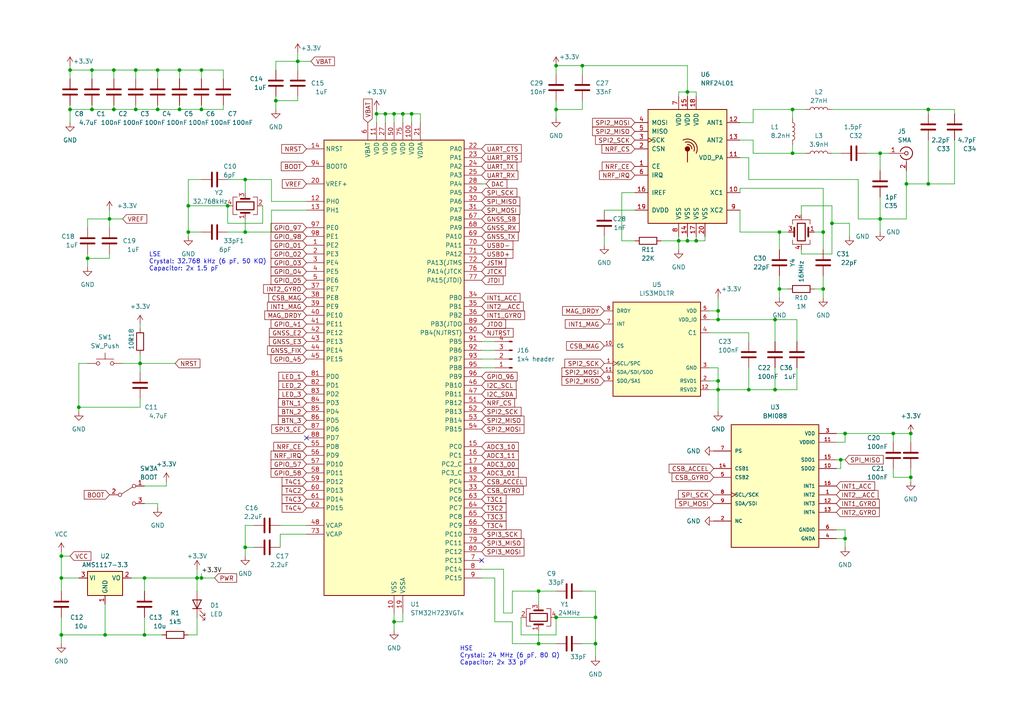
<source format=kicad_sch>
(kicad_sch (version 20230121) (generator eeschema)
  (paper "A4")
  (junction (at 238.76 67.31))
  (junction (at 17.78 184.15))
  (junction (at 71.12 52.07))
  (junction (at 271.78 299.72))
  (junction (at 64.77 232.41))
  (junction (at 33.02 20.32))
  (junction (at 39.37 31.75))
  (junction (at 30.48 284.48))
  (junction (at 264.16 138.43))
  (junction (at 199.39 26.67))
  (junction (at 168.91 19.05))
  (junction (at 243.84 281.94))
  (junction (at 58.42 20.32))
  (junction (at 45.72 31.75))
  (junction (at 39.37 20.32))
  (junction (at 259.08 125.73))
  (junction (at 26.67 31.75))
  (junction (at 261.62 276.86))
  (junction (at 255.27 63.5))
  (junction (at 161.29 31.75))
  (junction (at 262.89 53.34))
  (junction (at 66.04 345.44))
  (junction (at 100.33 349.25))
  (junction (at 208.28 113.03))
  (junction (at 217.17 113.03))
  (junction (at 109.22 33.02))
  (junction (at 229.87 31.75))
  (junction (at 208.28 92.71))
  (junction (at 33.02 31.75))
  (junction (at 20.32 20.32))
  (junction (at 114.3 180.34))
  (junction (at 40.64 105.41))
  (junction (at 256.54 229.87))
  (junction (at 116.84 33.02))
  (junction (at 22.86 345.44))
  (junction (at 66.04 59.69))
  (junction (at 266.7 299.72))
  (junction (at 54.61 67.31))
  (junction (at 245.11 125.73))
  (junction (at 111.76 33.02))
  (junction (at 88.9 326.39))
  (junction (at 35.56 328.93))
  (junction (at 86.36 17.78))
  (junction (at 22.86 331.47))
  (junction (at 57.15 167.64))
  (junction (at 15.24 331.47))
  (junction (at 243.84 133.35))
  (junction (at 226.06 67.31))
  (junction (at 156.21 186.69))
  (junction (at 269.24 53.34))
  (junction (at 25.4 74.93))
  (junction (at 269.24 31.75))
  (junction (at 229.87 44.45))
  (junction (at 224.79 92.71))
  (junction (at 17.78 161.29))
  (junction (at 58.42 167.64))
  (junction (at 35.56 318.77))
  (junction (at 161.29 19.05))
  (junction (at 54.61 59.69))
  (junction (at 30.48 281.94))
  (junction (at 41.91 167.64))
  (junction (at 64.77 275.59))
  (junction (at 35.56 345.44))
  (junction (at 52.07 20.32))
  (junction (at 63.5 345.44))
  (junction (at 119.38 33.02))
  (junction (at 208.28 110.49))
  (junction (at 226.06 83.82))
  (junction (at 45.72 20.32))
  (junction (at 241.3 64.77))
  (junction (at 224.79 113.03))
  (junction (at 80.01 236.22))
  (junction (at 41.91 184.15))
  (junction (at 255.27 44.45))
  (junction (at 172.72 179.07))
  (junction (at 201.93 69.85))
  (junction (at 199.39 69.85))
  (junction (at 80.01 29.21))
  (junction (at 35.56 316.23))
  (junction (at 172.72 186.69))
  (junction (at 88.9 323.85))
  (junction (at 88.9 336.55))
  (junction (at 31.75 63.5))
  (junction (at 114.3 33.02))
  (junction (at 88.9 321.31))
  (junction (at 26.67 20.32))
  (junction (at 161.29 179.07))
  (junction (at 238.76 83.82))
  (junction (at 17.78 167.64))
  (junction (at 20.32 31.75))
  (junction (at 64.77 254))
  (junction (at 52.07 31.75))
  (junction (at 58.42 31.75))
  (junction (at 266.7 281.94))
  (junction (at 35.56 323.85))
  (junction (at 71.12 67.31))
  (junction (at 88.9 328.93))
  (junction (at 196.85 69.85))
  (junction (at 113.03 334.01))
  (junction (at 156.21 171.45))
  (junction (at 243.84 242.57))
  (junction (at 35.56 334.01))
  (junction (at 243.84 287.02))
  (junction (at 80.01 279.4))
  (junction (at 80.01 257.81))
  (junction (at 271.78 287.02))
  (junction (at 264.16 125.73))
  (junction (at 245.11 156.21))
  (junction (at 30.48 184.15))
  (junction (at 100.33 331.47))
  (junction (at 208.28 90.17))
  (junction (at 71.12 158.75))
  (junction (at 243.84 250.19))
  (junction (at 22.86 118.11))
  (junction (at 248.92 264.16))
  (junction (at 21.59 274.32))
  (no_connect (at 38.1 336.55))
  (no_connect (at 88.9 127))
  (no_connect (at 242.57 257.81))
  (no_connect (at 139.7 162.56))
  (no_connect (at 38.1 339.09))
  (no_connect (at 242.57 260.35))
  (no_connect (at 219.71 267.97))
  (no_connect (at 40.64 236.22))
  (no_connect (at 55.88 344.17))
  (wire (pts (xy 62.23 254) (xy 64.77 254)))
  (wire (pts (xy 217.17 113.03) (xy 208.28 113.03)))
  (wire (pts (xy 217.17 45.72) (xy 217.17 52.07)))
  (wire (pts (xy 62.23 275.59) (xy 64.77 275.59)))
  (wire (pts (xy 80.01 279.4) (xy 80.01 281.94)))
  (wire (pts (xy 57.15 165.1) (xy 57.15 167.64)))
  (wire (pts (xy 88.9 336.55) (xy 85.09 336.55)))
  (wire (pts (xy 201.93 26.67) (xy 199.39 26.67)))
  (wire (pts (xy 111.76 33.02) (xy 109.22 33.02)))
  (wire (pts (xy 196.85 69.85) (xy 196.85 68.58)))
  (wire (pts (xy 71.12 55.88) (xy 71.12 52.07)))
  (wire (pts (xy 54.61 67.31) (xy 54.61 68.58)))
  (wire (pts (xy 39.37 31.75) (xy 33.02 31.75)))
  (wire (pts (xy 121.92 35.56) (xy 121.92 33.02)))
  (wire (pts (xy 271.78 299.72) (xy 271.78 300.99)))
  (wire (pts (xy 109.22 31.75) (xy 109.22 33.02)))
  (wire (pts (xy 26.67 31.75) (xy 20.32 31.75)))
  (wire (pts (xy 232.41 72.39) (xy 232.41 73.66)))
  (wire (pts (xy 15.24 345.44) (xy 22.86 345.44)))
  (wire (pts (xy 52.07 20.32) (xy 58.42 20.32)))
  (wire (pts (xy 231.14 106.68) (xy 231.14 113.03)))
  (wire (pts (xy 20.32 20.32) (xy 20.32 22.86)))
  (wire (pts (xy 64.77 251.46) (xy 64.77 254)))
  (wire (pts (xy 113.03 339.09) (xy 113.03 334.01)))
  (wire (pts (xy 241.3 44.45) (xy 243.84 44.45)))
  (wire (pts (xy 208.28 113.03) (xy 208.28 119.38)))
  (wire (pts (xy 26.67 318.77) (xy 26.67 320.04)))
  (wire (pts (xy 26.67 20.32) (xy 33.02 20.32)))
  (wire (pts (xy 41.91 184.15) (xy 41.91 179.07)))
  (wire (pts (xy 16.51 281.94) (xy 20.32 281.94)))
  (wire (pts (xy 64.77 254) (xy 64.77 257.81)))
  (wire (pts (xy 243.84 281.94) (xy 243.84 287.02)))
  (wire (pts (xy 243.84 250.19) (xy 259.08 250.19)))
  (wire (pts (xy 196.85 26.67) (xy 199.39 26.67)))
  (wire (pts (xy 31.75 321.31) (xy 38.1 321.31)))
  (wire (pts (xy 71.12 67.31) (xy 66.04 67.31)))
  (wire (pts (xy 243.84 287.02) (xy 248.92 287.02)))
  (wire (pts (xy 224.79 113.03) (xy 217.17 113.03)))
  (wire (pts (xy 40.64 105.41) (xy 50.8 105.41)))
  (wire (pts (xy 168.91 19.05) (xy 168.91 21.59)))
  (wire (pts (xy 276.86 31.75) (xy 276.86 33.02)))
  (wire (pts (xy 27.94 281.94) (xy 30.48 281.94)))
  (wire (pts (xy 35.56 318.77) (xy 35.56 323.85)))
  (wire (pts (xy 232.41 73.66) (xy 241.3 73.66)))
  (wire (pts (xy 64.77 30.48) (xy 64.77 31.75)))
  (wire (pts (xy 143.51 180.34) (xy 143.51 167.64)))
  (wire (pts (xy 243.84 133.35) (xy 245.11 133.35)))
  (wire (pts (xy 208.28 90.17) (xy 205.74 90.17)))
  (wire (pts (xy 218.44 40.64) (xy 218.44 44.45)))
  (wire (pts (xy 17.78 161.29) (xy 20.32 161.29)))
  (wire (pts (xy 241.3 64.77) (xy 241.3 73.66)))
  (wire (pts (xy 45.72 20.32) (xy 52.07 20.32)))
  (wire (pts (xy 41.91 140.97) (xy 48.26 140.97)))
  (wire (pts (xy 40.64 115.57) (xy 40.64 118.11)))
  (wire (pts (xy 243.84 242.57) (xy 259.08 242.57)))
  (wire (pts (xy 232.41 59.69) (xy 232.41 62.23)))
  (wire (pts (xy 76.2 59.69) (xy 76.2 64.77)))
  (wire (pts (xy 80.01 236.22) (xy 80.01 238.76)))
  (wire (pts (xy 273.05 233.68) (xy 273.05 231.14)))
  (wire (pts (xy 168.91 171.45) (xy 172.72 171.45)))
  (wire (pts (xy 64.77 232.41) (xy 64.77 236.22)))
  (wire (pts (xy 64.77 275.59) (xy 64.77 279.4)))
  (wire (pts (xy 248.92 262.89) (xy 248.92 264.16)))
  (wire (pts (xy 85.09 318.77) (xy 91.44 318.77)))
  (wire (pts (xy 64.77 279.4) (xy 68.58 279.4)))
  (wire (pts (xy 238.76 54.61) (xy 238.76 67.31)))
  (wire (pts (xy 57.15 167.64) (xy 57.15 171.45)))
  (wire (pts (xy 45.72 30.48) (xy 45.72 31.75)))
  (wire (pts (xy 205.74 92.71) (xy 208.28 92.71)))
  (wire (pts (xy 248.92 63.5) (xy 255.27 63.5)))
  (wire (pts (xy 208.28 106.68) (xy 208.28 110.49)))
  (wire (pts (xy 172.72 179.07) (xy 172.72 186.69)))
  (wire (pts (xy 80.01 257.81) (xy 80.01 254)))
  (wire (pts (xy 71.12 152.4) (xy 71.12 158.75)))
  (wire (pts (xy 31.75 73.66) (xy 31.75 74.93)))
  (wire (pts (xy 76.2 236.22) (xy 80.01 236.22)))
  (wire (pts (xy 143.51 167.64) (xy 139.7 167.64)))
  (wire (pts (xy 86.36 29.21) (xy 80.01 29.21)))
  (wire (pts (xy 261.62 276.86) (xy 261.62 290.83)))
  (wire (pts (xy 58.42 31.75) (xy 52.07 31.75)))
  (wire (pts (xy 245.11 156.21) (xy 242.57 156.21)))
  (wire (pts (xy 64.77 254) (xy 67.31 254)))
  (wire (pts (xy 35.56 323.85) (xy 38.1 323.85)))
  (wire (pts (xy 238.76 67.31) (xy 238.76 72.39)))
  (wire (pts (xy 41.91 171.45) (xy 41.91 167.64)))
  (wire (pts (xy 88.9 328.93) (xy 85.09 328.93)))
  (wire (pts (xy 21.59 271.78) (xy 21.59 274.32)))
  (wire (pts (xy 121.92 33.02) (xy 119.38 33.02)))
  (wire (pts (xy 31.75 326.39) (xy 38.1 326.39)))
  (wire (pts (xy 255.27 63.5) (xy 255.27 57.15)))
  (wire (pts (xy 17.78 161.29) (xy 17.78 160.02)))
  (wire (pts (xy 214.63 54.61) (xy 238.76 54.61)))
  (wire (pts (xy 217.17 96.52) (xy 217.17 99.06)))
  (wire (pts (xy 156.21 171.45) (xy 161.29 171.45)))
  (wire (pts (xy 259.08 232.41) (xy 259.08 242.57)))
  (wire (pts (xy 267.97 232.41) (xy 259.08 232.41)))
  (wire (pts (xy 214.63 67.31) (xy 226.06 67.31)))
  (wire (pts (xy 255.27 44.45) (xy 257.81 44.45)))
  (wire (pts (xy 22.86 331.47) (xy 22.86 334.01)))
  (wire (pts (xy 264.16 138.43) (xy 264.16 139.7)))
  (wire (pts (xy 259.08 254) (xy 259.08 250.19)))
  (wire (pts (xy 39.37 20.32) (xy 39.37 22.86)))
  (wire (pts (xy 242.57 247.65) (xy 243.84 247.65)))
  (wire (pts (xy 204.47 69.85) (xy 201.93 69.85)))
  (wire (pts (xy 81.28 154.94) (xy 88.9 154.94)))
  (wire (pts (xy 16.51 279.4) (xy 20.32 279.4)))
  (wire (pts (xy 231.14 92.71) (xy 231.14 99.06)))
  (wire (pts (xy 64.77 257.81) (xy 68.58 257.81)))
  (wire (pts (xy 252.73 234.95) (xy 252.73 255.27)))
  (wire (pts (xy 85.09 331.47) (xy 90.17 331.47)))
  (wire (pts (xy 52.07 20.32) (xy 52.07 22.86)))
  (wire (pts (xy 139.7 106.68) (xy 143.51 106.68)))
  (wire (pts (xy 204.47 68.58) (xy 204.47 69.85)))
  (wire (pts (xy 54.61 67.31) (xy 58.42 67.31)))
  (wire (pts (xy 151.13 179.07) (xy 151.13 184.15)))
  (wire (pts (xy 224.79 99.06) (xy 224.79 92.71)))
  (wire (pts (xy 76.2 257.81) (xy 80.01 257.81)))
  (wire (pts (xy 38.1 313.69) (xy 35.56 313.69)))
  (wire (pts (xy 109.22 33.02) (xy 109.22 35.56)))
  (wire (pts (xy 110.49 334.01) (xy 113.03 334.01)))
  (wire (pts (xy 256.54 276.86) (xy 261.62 276.86)))
  (wire (pts (xy 85.09 326.39) (xy 88.9 326.39)))
  (wire (pts (xy 35.56 328.93) (xy 38.1 328.93)))
  (wire (pts (xy 284.48 287.02) (xy 287.02 287.02)))
  (wire (pts (xy 58.42 20.32) (xy 64.77 20.32)))
  (wire (pts (xy 242.57 135.89) (xy 243.84 135.89)))
  (wire (pts (xy 17.78 161.29) (xy 17.78 167.64)))
  (wire (pts (xy 111.76 33.02) (xy 111.76 35.56)))
  (wire (pts (xy 242.57 245.11) (xy 243.84 245.11)))
  (wire (pts (xy 238.76 83.82) (xy 238.76 86.36)))
  (wire (pts (xy 27.94 279.4) (xy 30.48 279.4)))
  (wire (pts (xy 105.41 313.69) (xy 105.41 316.23)))
  (wire (pts (xy 86.36 15.24) (xy 86.36 17.78)))
  (wire (pts (xy 243.84 242.57) (xy 242.57 242.57)))
  (wire (pts (xy 57.15 167.64) (xy 58.42 167.64)))
  (wire (pts (xy 35.56 318.77) (xy 38.1 318.77)))
  (wire (pts (xy 78.74 58.42) (xy 88.9 58.42)))
  (wire (pts (xy 264.16 125.73) (xy 264.16 128.27)))
  (wire (pts (xy 208.28 92.71) (xy 208.28 90.17)))
  (wire (pts (xy 80.01 17.78) (xy 80.01 20.32)))
  (wire (pts (xy 256.54 224.79) (xy 256.54 229.87)))
  (wire (pts (xy 66.04 345.44) (xy 66.04 344.17)))
  (wire (pts (xy 266.7 299.72) (xy 266.7 298.45)))
  (wire (pts (xy 161.29 29.21) (xy 161.29 31.75)))
  (wire (pts (xy 139.7 101.6) (xy 143.51 101.6)))
  (wire (pts (xy 86.36 17.78) (xy 86.36 20.32)))
  (wire (pts (xy 15.24 294.64) (xy 15.24 298.45)))
  (wire (pts (xy 35.56 334.01) (xy 35.56 345.44)))
  (wire (pts (xy 201.93 69.85) (xy 201.93 68.58)))
  (wire (pts (xy 16.51 271.78) (xy 21.59 271.78)))
  (wire (pts (xy 146.05 177.8) (xy 146.05 165.1)))
  (wire (pts (xy 40.64 102.87) (xy 40.64 105.41)))
  (wire (pts (xy 217.17 52.07) (xy 248.92 52.07)))
  (wire (pts (xy 15.24 341.63) (xy 15.24 345.44)))
  (wire (pts (xy 30.48 184.15) (xy 41.91 184.15)))
  (wire (pts (xy 245.11 125.73) (xy 242.57 125.73)))
  (wire (pts (xy 266.7 281.94) (xy 266.7 290.83)))
  (wire (pts (xy 238.76 80.01) (xy 238.76 83.82)))
  (wire (pts (xy 161.29 31.75) (xy 168.91 31.75)))
  (wire (pts (xy 256.54 281.94) (xy 266.7 281.94)))
  (wire (pts (xy 16.51 233.68) (xy 30.48 233.68)))
  (wire (pts (xy 269.24 53.34) (xy 269.24 40.64)))
  (wire (pts (xy 241.3 59.69) (xy 241.3 64.77)))
  (wire (pts (xy 214.63 35.56) (xy 218.44 35.56)))
  (wire (pts (xy 276.86 287.02) (xy 271.78 287.02)))
  (wire (pts (xy 259.08 135.89) (xy 259.08 138.43)))
  (wire (pts (xy 26.67 30.48) (xy 26.67 31.75)))
  (wire (pts (xy 226.06 67.31) (xy 226.06 72.39)))
  (wire (pts (xy 64.77 31.75) (xy 58.42 31.75)))
  (wire (pts (xy 31.75 318.77) (xy 26.67 318.77)))
  (wire (pts (xy 214.63 54.61) (xy 214.63 55.88)))
  (wire (pts (xy 161.29 31.75) (xy 161.29 34.29)))
  (wire (pts (xy 88.9 323.85) (xy 88.9 326.39)))
  (wire (pts (xy 114.3 180.34) (xy 114.3 182.88)))
  (wire (pts (xy 114.3 180.34) (xy 114.3 177.8)))
  (wire (pts (xy 45.72 20.32) (xy 45.72 22.86)))
  (wire (pts (xy 271.78 298.45) (xy 271.78 299.72)))
  (wire (pts (xy 25.4 73.66) (xy 25.4 74.93)))
  (wire (pts (xy 238.76 83.82) (xy 236.22 83.82)))
  (wire (pts (xy 255.27 44.45) (xy 255.27 49.53)))
  (wire (pts (xy 256.54 243.84) (xy 256.54 229.87)))
  (wire (pts (xy 25.4 105.41) (xy 22.86 105.41)))
  (wire (pts (xy 63.5 345.44) (xy 66.04 345.44)))
  (wire (pts (xy 39.37 30.48) (xy 39.37 31.75)))
  (wire (pts (xy 77.47 232.41) (xy 80.01 232.41)))
  (wire (pts (xy 241.3 59.69) (xy 232.41 59.69)))
  (wire (pts (xy 264.16 135.89) (xy 264.16 138.43)))
  (wire (pts (xy 245.11 156.21) (xy 245.11 158.75)))
  (wire (pts (xy 15.24 331.47) (xy 15.24 334.01)))
  (wire (pts (xy 168.91 31.75) (xy 168.91 29.21)))
  (wire (pts (xy 57.15 167.64) (xy 41.91 167.64)))
  (wire (pts (xy 140.97 53.34) (xy 139.7 53.34)))
  (wire (pts (xy 208.28 110.49) (xy 208.28 113.03)))
  (wire (pts (xy 100.33 349.25) (xy 113.03 349.25)))
  (wire (pts (xy 22.86 341.63) (xy 22.86 345.44)))
  (wire (pts (xy 269.24 31.75) (xy 276.86 31.75)))
  (wire (pts (xy 100.33 349.25) (xy 100.33 351.79)))
  (wire (pts (xy 30.48 281.94) (xy 30.48 284.48)))
  (wire (pts (xy 62.23 232.41) (xy 64.77 232.41)))
  (wire (pts (xy 228.6 83.82) (xy 226.06 83.82)))
  (wire (pts (xy 243.84 245.11) (xy 243.84 242.57)))
  (wire (pts (xy 35.56 316.23) (xy 38.1 316.23)))
  (wire (pts (xy 259.08 125.73) (xy 245.11 125.73)))
  (wire (pts (xy 20.32 19.05) (xy 20.32 20.32)))
  (wire (pts (xy 114.3 33.02) (xy 114.3 35.56)))
  (wire (pts (xy 17.78 184.15) (xy 17.78 186.69)))
  (wire (pts (xy 224.79 106.68) (xy 224.79 113.03)))
  (wire (pts (xy 66.04 345.44) (xy 68.58 345.44)))
  (wire (pts (xy 30.48 284.48) (xy 27.94 284.48)))
  (wire (pts (xy 196.85 27.94) (xy 196.85 26.67)))
  (wire (pts (xy 35.56 345.44) (xy 35.56 347.98)))
  (wire (pts (xy 119.38 33.02) (xy 119.38 35.56)))
  (wire (pts (xy 243.84 250.19) (xy 242.57 250.19)))
  (wire (pts (xy 71.12 67.31) (xy 71.12 63.5)))
  (wire (pts (xy 64.77 232.41) (xy 67.31 232.41)))
  (wire (pts (xy 259.08 125.73) (xy 259.08 128.27)))
  (wire (pts (xy 30.48 279.4) (xy 30.48 281.94)))
  (wire (pts (xy 262.89 49.53) (xy 262.89 53.34)))
  (wire (pts (xy 35.56 323.85) (xy 35.56 328.93)))
  (wire (pts (xy 17.78 184.15) (xy 30.48 184.15)))
  (wire (pts (xy 25.4 63.5) (xy 31.75 63.5)))
  (wire (pts (xy 33.02 20.32) (xy 33.02 22.86)))
  (wire (pts (xy 218.44 31.75) (xy 229.87 31.75)))
  (wire (pts (xy 248.92 237.49) (xy 242.57 237.49)))
  (wire (pts (xy 218.44 44.45) (xy 229.87 44.45)))
  (wire (pts (xy 248.92 52.07) (xy 248.92 63.5)))
  (wire (pts (xy 148.59 180.34) (xy 148.59 186.69)))
  (wire (pts (xy 224.79 92.71) (xy 231.14 92.71)))
  (wire (pts (xy 71.12 158.75) (xy 71.12 161.29)))
  (wire (pts (xy 78.74 52.07) (xy 78.74 58.42)))
  (wire (pts (xy 229.87 41.91) (xy 229.87 44.45)))
  (wire (pts (xy 227.33 267.97) (xy 227.33 270.51)))
  (wire (pts (xy 262.89 53.34) (xy 262.89 63.5)))
  (wire (pts (xy 22.86 331.47) (xy 38.1 331.47)))
  (wire (pts (xy 214.63 40.64) (xy 218.44 40.64)))
  (wire (pts (xy 58.42 52.07) (xy 54.61 52.07)))
  (wire (pts (xy 241.3 31.75) (xy 269.24 31.75)))
  (wire (pts (xy 17.78 167.64) (xy 17.78 171.45)))
  (wire (pts (xy 80.01 279.4) (xy 80.01 275.59)))
  (wire (pts (xy 175.26 68.58) (xy 175.26 71.12)))
  (wire (pts (xy 224.79 92.71) (xy 208.28 92.71)))
  (wire (pts (xy 78.74 60.96) (xy 78.74 67.31)))
  (wire (pts (xy 226.06 83.82) (xy 226.06 80.01)))
  (wire (pts (xy 97.79 313.69) (xy 105.41 313.69)))
  (wire (pts (xy 273.05 255.27) (xy 273.05 254)))
  (wire (pts (xy 271.78 299.72) (xy 266.7 299.72)))
  (wire (pts (xy 205.74 110.49) (xy 208.28 110.49)))
  (wire (pts (xy 231.14 113.03) (xy 224.79 113.03)))
  (wire (pts (xy 31.75 63.5) (xy 35.56 63.5)))
  (wire (pts (xy 161.29 19.05) (xy 161.29 21.59)))
  (wire (pts (xy 85.09 313.69) (xy 90.17 313.69)))
  (wire (pts (xy 146.05 165.1) (xy 139.7 165.1)))
  (wire (pts (xy 17.78 167.64) (xy 22.86 167.64)))
  (wire (pts (xy 266.7 299.72) (xy 261.62 299.72)))
  (wire (pts (xy 16.51 236.22) (xy 20.32 236.22)))
  (wire (pts (xy 229.87 31.75) (xy 229.87 34.29)))
  (wire (pts (xy 172.72 171.45) (xy 172.72 179.07)))
  (wire (pts (xy 11.43 294.64) (xy 15.24 294.64)))
  (wire (pts (xy 201.93 27.94) (xy 201.93 26.67)))
  (wire (pts (xy 64.77 274.32) (xy 64.77 275.59)))
  (wire (pts (xy 229.87 44.45) (xy 233.68 44.45)))
  (wire (pts (xy 16.51 284.48) (xy 20.32 284.48)))
  (wire (pts (xy 218.44 35.56) (xy 218.44 31.75)))
  (wire (pts (xy 35.56 345.44) (xy 63.5 345.44)))
  (wire (pts (xy 41.91 167.64) (xy 38.1 167.64)))
  (wire (pts (xy 214.63 67.31) (xy 214.63 60.96)))
  (wire (pts (xy 33.02 30.48) (xy 33.02 31.75)))
  (wire (pts (xy 246.38 64.77) (xy 241.3 64.77)))
  (wire (pts (xy 22.86 105.41) (xy 22.86 118.11)))
  (wire (pts (xy 208.28 113.03) (xy 205.74 113.03)))
  (wire (pts (xy 262.89 53.34) (xy 269.24 53.34)))
  (wire (pts (xy 88.9 328.93) (xy 88.9 336.55)))
  (wire (pts (xy 76.2 279.4) (xy 80.01 279.4)))
  (wire (pts (xy 252.73 262.89) (xy 252.73 264.16)))
  (wire (pts (xy 40.64 231.14) (xy 41.91 231.14)))
  (wire (pts (xy 80.01 257.81) (xy 80.01 260.35)))
  (wire (pts (xy 64.77 229.87) (xy 64.77 232.41)))
  (wire (pts (xy 205.74 96.52) (xy 217.17 96.52)))
  (wire (pts (xy 269.24 53.34) (xy 276.86 53.34)))
  (wire (pts (xy 20.32 20.32) (xy 26.67 20.32)))
  (wire (pts (xy 284.48 281.94) (xy 287.02 281.94)))
  (wire (pts (xy 184.15 60.96) (xy 175.26 60.96)))
  (wire (pts (xy 39.37 20.32) (xy 45.72 20.32)))
  (wire (pts (xy 280.67 243.84) (xy 284.48 243.84)))
  (wire (pts (xy 264.16 125.73) (xy 259.08 125.73)))
  (wire (pts (xy 248.92 264.16) (xy 248.92 266.7)))
  (wire (pts (xy 242.57 128.27) (xy 245.11 128.27)))
  (wire (pts (xy 40.64 93.98) (xy 40.64 95.25)))
  (wire (pts (xy 243.84 247.65) (xy 243.84 250.19)))
  (wire (pts (xy 243.84 276.86) (xy 243.84 281.94)))
  (wire (pts (xy 26.67 327.66) (xy 26.67 328.93)))
  (wire (pts (xy 199.39 26.67) (xy 199.39 27.94)))
  (wire (pts (xy 21.59 274.32) (xy 26.67 274.32)))
  (wire (pts (xy 22.86 331.47) (xy 15.24 331.47)))
  (wire (pts (xy 66.04 64.77) (xy 66.04 59.69)))
  (wire (pts (xy 16.51 238.76) (xy 20.32 238.76)))
  (wire (pts (xy 148.59 177.8) (xy 146.05 177.8)))
  (wire (pts (xy 88.9 321.31) (xy 88.9 323.85)))
  (wire (pts (xy 64.77 20.32) (xy 64.77 22.86)))
  (wire (pts (xy 54.61 59.69) (xy 54.61 67.31)))
  (wire (pts (xy 156.21 171.45) (xy 148.59 171.45)))
  (wire (pts (xy 245.11 128.27) (xy 245.11 125.73)))
  (wire (pts (xy 31.75 60.96) (xy 31.75 63.5)))
  (wire (pts (xy 85.09 316.23) (xy 88.9 316.23)))
  (wire (pts (xy 58.42 30.48) (xy 58.42 31.75)))
  (wire (pts (xy 30.48 284.48) (xy 30.48 287.02)))
  (wire (pts (xy 80.01 17.78) (xy 86.36 17.78)))
  (wire (pts (xy 58.42 166.37) (xy 58.42 167.64)))
  (wire (pts (xy 54.61 184.15) (xy 57.15 184.15)))
  (wire (pts (xy 243.84 276.86) (xy 248.92 276.86)))
  (wire (pts (xy 85.09 334.01) (xy 102.87 334.01)))
  (wire (pts (xy 168.91 19.05) (xy 199.39 19.05)))
  (wire (pts (xy 80.01 29.21) (xy 80.01 31.75)))
  (wire (pts (xy 260.35 243.84) (xy 256.54 243.84)))
  (wire (pts (xy 119.38 33.02) (xy 116.84 33.02)))
  (wire (pts (xy 35.56 334.01) (xy 38.1 334.01)))
  (wire (pts (xy 156.21 186.69) (xy 161.29 186.69)))
  (wire (pts (xy 21.59 274.32) (xy 16.51 274.32)))
  (wire (pts (xy 40.64 105.41) (xy 40.64 107.95)))
  (wire (pts (xy 15.24 325.12) (xy 15.24 331.47)))
  (wire (pts (xy 16.51 231.14) (xy 20.32 231.14)))
  (wire (pts (xy 148.59 171.45) (xy 148.59 177.8)))
  (wire (pts (xy 57.15 184.15) (xy 57.15 179.07)))
  (wire (pts (xy 68.58 345.44) (xy 68.58 344.17)))
  (wire (pts (xy 116.84 177.8) (xy 116.84 180.34)))
  (wire (pts (xy 151.13 184.15) (xy 161.29 184.15)))
  (wire (pts (xy 276.86 53.34) (xy 276.86 40.64)))
  (wire (pts (xy 148.59 180.34) (xy 143.51 180.34)))
  (wire (pts (xy 284.48 276.86) (xy 287.02 276.86)))
  (wire (pts (xy 242.57 153.67) (xy 245.11 153.67)))
  (wire (pts (xy 172.72 186.69) (xy 168.91 186.69)))
  (wire (pts (xy 41.91 184.15) (xy 46.99 184.15)))
  (wire (pts (xy 88.9 316.23) (xy 88.9 321.31)))
  (wire (pts (xy 259.08 138.43) (xy 264.16 138.43)))
  (wire (pts (xy 22.86 118.11) (xy 22.86 119.38)))
  (wire (pts (xy 252.73 264.16) (xy 248.92 264.16)))
  (wire (pts (xy 116.84 33.02) (xy 114.3 33.02)))
  (wire (pts (xy 156.21 175.26) (xy 156.21 171.45)))
  (wire (pts (xy 20.32 31.75) (xy 20.32 35.56)))
  (wire (pts (xy 16.51 276.86) (xy 21.59 276.86)))
  (wire (pts (xy 261.62 276.86) (xy 276.86 276.86)))
  (wire (pts (xy 26.67 328.93) (xy 31.75 328.93)))
  (wire (pts (xy 97.79 331.47) (xy 100.33 331.47)))
  (wire (pts (xy 17.78 179.07) (xy 17.78 184.15)))
  (wire (pts (xy 64.77 275.59) (xy 67.31 275.59)))
  (wire (pts (xy 71.12 52.07) (xy 78.74 52.07)))
  (wire (pts (xy 52.07 31.75) (xy 45.72 31.75)))
  (wire (pts (xy 76.2 64.77) (xy 66.04 64.77)))
  (wire (pts (xy 113.03 349.25) (xy 113.03 346.71)))
  (wire (pts (xy 201.93 69.85) (xy 199.39 69.85)))
  (wire (pts (xy 71.12 158.75) (xy 73.66 158.75)))
  (wire (pts (xy 205.74 106.68) (xy 208.28 106.68)))
  (wire (pts (xy 33.02 20.32) (xy 39.37 20.32)))
  (wire (pts (xy 31.75 321.31) (xy 31.75 318.77)))
  (wire (pts (xy 63.5 345.44) (xy 63.5 344.17)))
  (wire (pts (xy 81.28 152.4) (xy 88.9 152.4)))
  (wire (pts (xy 276.86 281.94) (xy 266.7 281.94)))
  (wire (pts (xy 238.76 67.31) (xy 236.22 67.31)))
  (wire (pts (xy 226.06 67.31) (xy 228.6 67.31)))
  (wire (pts (xy 21.59 276.86) (xy 21.59 274.32)))
  (wire (pts (xy 88.9 336.55) (xy 88.9 344.17)))
  (wire (pts (xy 139.7 99.06) (xy 143.51 99.06)))
  (wire (pts (xy 66.04 59.69) (xy 54.61 59.69)))
  (wire (pts (xy 73.66 152.4) (xy 71.12 152.4)))
  (wire (pts (xy 148.59 186.69) (xy 156.21 186.69)))
  (wire (pts (xy 88.9 60.96) (xy 78.74 60.96)))
  (wire (pts (xy 20.32 31.75) (xy 20.32 30.48)))
  (wire (pts (xy 261.62 299.72) (xy 261.62 298.45)))
  (wire (pts (xy 45.72 147.32) (xy 45.72 146.05)))
  (wire (pts (xy 114.3 33.02) (xy 111.76 33.02)))
  (wire (pts (xy 48.26 139.7) (xy 48.26 140.97)))
  (wire (pts (xy 35.56 105.41) (xy 40.64 105.41)))
  (wire (pts (xy 54.61 52.07) (xy 54.61 59.69)))
  (wire (pts (xy 80.01 27.94) (xy 80.01 29.21)))
  (wire (pts (xy 217.17 106.68) (xy 217.17 113.03)))
  (wire (pts (xy 161.29 184.15) (xy 161.29 179.07)))
  (wire (pts (xy 16.51 241.3) (xy 20.32 241.3)))
  (wire (pts (xy 184.15 69.85) (xy 180.34 69.85)))
  (wire (pts (xy 35.56 313.69) (xy 35.56 316.23)))
  (wire (pts (xy 30.48 175.26) (xy 30.48 184.15)))
  (wire (pts (xy 226.06 83.82) (xy 226.06 86.36)))
  (wire (pts (xy 196.85 69.85) (xy 196.85 72.39)))
  (wire (pts (xy 100.33 331.47) (xy 116.84 331.47)))
  (wire (pts (xy 33.02 31.75) (xy 26.67 31.75)))
  (wire (pts (xy 58.42 167.64) (xy 62.23 167.64)))
  (wire (pts (xy 26.67 20.32) (xy 26.67 22.86)))
  (wire (pts (xy 208.28 86.36) (xy 208.28 90.17)))
  (wire (pts (xy 80.01 236.22) (xy 80.01 232.41)))
  (wire (pts (xy 35.56 328.93) (xy 35.56 334.01)))
  (wire (pts (xy 58.42 344.17) (xy 58.42 347.98)))
  (wire (pts (xy 116.84 180.34) (xy 114.3 180.34)))
  (wire (pts (xy 31.75 328.93) (xy 31.75 326.39)))
  (wire (pts (xy 31.75 63.5) (xy 31.75 66.04)))
  (wire (pts (xy 246.38 68.58) (xy 246.38 64.77)))
  (wire (pts (xy 86.36 27.94) (xy 86.36 29.21)))
  (wire (pts (xy 256.54 229.87) (xy 242.57 229.87)))
  (wire (pts (xy 85.09 323.85) (xy 88.9 323.85)))
  (wire (pts (xy 267.97 233.68) (xy 267.97 232.41)))
  (wire (pts (xy 71.12 52.07) (xy 66.04 52.07)))
  (wire (pts (xy 156.21 186.69) (xy 156.21 182.88)))
  (wire (pts (xy 180.34 55.88) (xy 184.15 55.88)))
  (wire (pts (xy 161.29 19.05) (xy 168.91 19.05)))
  (wire (pts (xy 64.77 236.22) (xy 68.58 236.22)))
  (wire (pts (xy 88.9 321.31) (xy 85.09 321.31)))
  (wire (pts (xy 248.92 255.27) (xy 248.92 237.49)))
  (wire (pts (xy 245.11 153.67) (xy 245.11 156.21)))
  (wire (pts (xy 77.47 254) (xy 80.01 254)))
  (wire (pts (xy 243.84 287.02) (xy 243.84 290.83)))
  (wire (pts (xy 88.9 326.39) (xy 88.9 328.93)))
  (wire (pts (xy 262.89 63.5) (xy 255.27 63.5)))
  (wire (pts (xy 255.27 63.5) (xy 255.27 67.31)))
  (wire (pts (xy 26.67 274.32) (xy 26.67 271.78)))
  (wire (pts (xy 25.4 63.5) (xy 25.4 66.04)))
  (wire (pts (xy 31.75 74.93) (xy 25.4 74.93)))
  (wire (pts (xy 81.28 158.75) (xy 81.28 154.94)))
  (wire (pts (xy 58.42 20.32) (xy 58.42 22.86)))
  (wire (pts (xy 180.34 69.85) (xy 180.34 55.88)))
  (wire (pts (xy 229.87 31.75) (xy 233.68 31.75)))
  (wire (pts (xy 78.74 67.31) (xy 71.12 67.31)))
  (wire (pts (xy 191.77 69.85) (xy 196.85 69.85)))
  (wire (pts (xy 284.48 243.84) (xy 284.48 246.38)))
  (wire (pts (xy 16.51 228.6) (xy 22.86 228.6)))
  (wire (pts (xy 116.84 33.02) (xy 116.84 35.56)))
  (wire (pts (xy 172.72 186.69) (xy 172.72 190.5)))
  (wire (pts (xy 35.56 316.23) (xy 35.56 318.77)))
  (wire (pts (xy 161.29 179.07) (xy 172.72 179.07)))
  (wire (pts (xy 113.03 334.01) (xy 116.84 334.01)))
  (wire (pts (xy 86.36 17.78) (xy 90.17 17.78)))
  (wire (pts (xy 45.72 31.75) (xy 39.37 31.75)))
  (wire (pts (xy 60.96 344.17) (xy 60.96 347.98)))
  (wire (pts (xy 276.86 255.27) (xy 273.05 255.27)))
  (wire (pts (xy 22.86 118.11) (xy 40.64 118.11)))
  (wire (pts (xy 199.39 69.85) (xy 196.85 69.85)))
  (wire (pts (xy 199.39 69.85) (xy 199.39 68.58)))
  (wire (pts (xy 242.57 133.35) (xy 243.84 133.35)))
  (wire (pts (xy 271.78 287.02) (xy 271.78 290.83)))
  (wire (pts (xy 273.05 231.14) (xy 275.59 231.14)))
  (wire (pts (xy 199.39 26.67) (xy 199.39 19.05)))
  (wire (pts (xy 251.46 44.45) (xy 255.27 44.45)))
  (wire (pts (xy 22.86 345.44) (xy 35.56 345.44)))
  (wire (pts (xy 100.33 331.47) (xy 100.33 339.09)))
  (wire (pts (xy 52.07 30.48) (xy 52.07 31.75)))
  (wire (pts (xy 243.84 281.94) (xy 248.92 281.94)))
  (wire (pts (xy 25.4 74.93) (xy 25.4 77.47)))
  (wire (pts (xy 77.47 275.59) (xy 80.01 275.59)))
  (wire (pts (xy 214.63 45.72) (xy 217.17 45.72)))
  (wire (pts (xy 45.72 146.05) (xy 41.91 146.05)))
  (wire (pts (xy 267.97 254) (xy 259.08 254)))
  (wire (pts (xy 243.84 135.89) (xy 243.84 133.35)))
  (wire (pts (xy 139.7 104.14) (xy 143.51 104.14)))
  (wire (pts (xy 256.54 287.02) (xy 271.78 287.02)))
  (wire (pts (xy 100.33 346.71) (xy 100.33 349.25)))
  (wire (pts (xy 269.24 31.75) (xy 269.24 33.02)))
  (wire (pts (xy 242.57 234.95) (xy 252.73 234.95)))
  (text "HSE\nCrystal: 24 MHz (6 pF, 80 Ω)\nCapacitor: 2x 33 pF" (at 133.35 193.04 0) (effects (font (size 1.27 1.27)) (justify left bottom)))
  (text "LSE\nCrystal: 32.768 kHz (6 pF, 50 KΩ)\nCapacitor: 2x 1.5 pF" (at 43.18 78.74 0) (effects (font (size 1.27 1.27)) (justify left bottom)))
  (label "+3.3V" (at 58.42 166.37 0))
  (global_label "GND" (shape input) (at 119.38 259.08 180) (property "Intersheetrefs" "${INTERSHEET_REFS}" (effects hide)))
  (global_label "I2C_SCL" (shape input) (at 139.7 111.76 0) (property "Intersheetrefs" "${INTERSHEET_REFS}" (effects hide)))
  (global_label "BOOT" (shape input) (at 31.75 143.51 180) (property "Intersheetrefs" "${INTERSHEET_REFS}" (effects hide)))
  (global_label "T3C1" (shape input) (at 119.38 236.22 180) (property "Intersheetrefs" "${INTERSHEET_REFS}" (effects hide)))
  (global_label "GPIO_01" (shape input) (at 88.9 71.12 180) (property "Intersheetrefs" "${INTERSHEET_REFS}" (effects hide)))
  (global_label "T4C4" (shape input) (at 88.9 147.32 180) (property "Intersheetrefs" "${INTERSHEET_REFS}" (effects hide)))
  (global_label "JTDO" (shape input) (at 139.7 93.98 0) (property "Intersheetrefs" "${INTERSHEET_REFS}" (effects hide)))
  (global_label "GPIO_03" (shape input) (at 148.59 276.86 180) (property "Intersheetrefs" "${INTERSHEET_REFS}" (effects hide)))
  (global_label "GNSS_E2" (shape input) (at 88.9 96.52 180) (property "Intersheetrefs" "${INTERSHEET_REFS}" (effects hide)))
  (global_label "VCC" (shape input) (at 148.59 233.68 180) (property "Intersheetrefs" "${INTERSHEET_REFS}" (effects hide)))
  (global_label "LED_3" (shape input) (at 287.02 287.02 0) (property "Intersheetrefs" "${INTERSHEET_REFS}" (effects hide)))
  (global_label "T4C4" (shape input) (at 119.38 238.76 180) (property "Intersheetrefs" "${INTERSHEET_REFS}" (effects hide)))
  (global_label "INT1_GYRO" (shape input) (at 242.57 146.05 0) (property "Intersheetrefs" "${INTERSHEET_REFS}" (effects hide)))
  (global_label "GPIO_41" (shape input) (at 88.9 93.98 180) (property "Intersheetrefs" "${INTERSHEET_REFS}" (effects hide)))
  (global_label "SPI3_CE" (shape input) (at 88.9 124.46 180) (property "Intersheetrefs" "${INTERSHEET_REFS}" (effects hide)))
  (global_label "SPI2_MISO" (shape input) (at 184.15 38.1 180) (property "Intersheetrefs" "${INTERSHEET_REFS}" (effects hide)))
  (global_label "JTDI" (shape input) (at 139.7 81.28 0) (property "Intersheetrefs" "${INTERSHEET_REFS}" (effects hide)))
  (global_label "NRF_CE" (shape input) (at 184.15 48.26 180) (property "Intersheetrefs" "${INTERSHEET_REFS}" (effects hide)))
  (global_label "GPIO_97" (shape input) (at 119.38 295.91 180) (property "Intersheetrefs" "${INTERSHEET_REFS}" (effects hide)))
  (global_label "T3C2" (shape input) (at 119.38 233.68 180) (property "Intersheetrefs" "${INTERSHEET_REFS}" (effects hide)))
  (global_label "PWR" (shape input) (at 182.88 228.6 180) (property "Intersheetrefs" "${INTERSHEET_REFS}" (effects hide)))
  (global_label "GNSS_SB" (shape input) (at 139.7 63.5 0) (property "Intersheetrefs" "${INTERSHEET_REFS}" (effects hide)))
  (global_label "GPIO_05" (shape input) (at 88.9 81.28 180) (property "Intersheetrefs" "${INTERSHEET_REFS}" (effects hide)))
  (global_label "MAG_DRDY" (shape input) (at 88.9 91.44 180) (property "Intersheetrefs" "${INTERSHEET_REFS}" (effects hide)))
  (global_label "GND" (shape input) (at 182.88 236.22 180) (property "Intersheetrefs" "${INTERSHEET_REFS}" (effects hide)))
  (global_label "LED_1" (shape input) (at 88.9 109.22 180) (property "Intersheetrefs" "${INTERSHEET_REFS}" (effects hide)))
  (global_label "USBD-" (shape input) (at 139.7 71.12 0) (property "Intersheetrefs" "${INTERSHEET_REFS}" (effects hide)))
  (global_label "SPI3_MISO" (shape input) (at 139.7 157.48 0) (property "Intersheetrefs" "${INTERSHEET_REFS}" (effects hide)))
  (global_label "SPI2_MOSI" (shape input) (at 175.26 107.95 180) (property "Intersheetrefs" "${INTERSHEET_REFS}" (effects hide)))
  (global_label "NRST" (shape input) (at 50.8 105.41 0) (property "Intersheetrefs" "${INTERSHEET_REFS}" (effects hide)))
  (global_label "INT2__ACC" (shape input) (at 242.57 143.51 0) (property "Intersheetrefs" "${INTERSHEET_REFS}" (effects hide)))
  (global_label "PWR" (shape input) (at 184.15 251.46 180) (property "Intersheetrefs" "${INTERSHEET_REFS}" (effects hide)))
  (global_label "GPIO_58" (shape input) (at 88.9 137.16 180) (property "Intersheetrefs" "${INTERSHEET_REFS}" (effects hide)))
  (global_label "LED_3" (shape input) (at 88.9 114.3 180) (property "Intersheetrefs" "${INTERSHEET_REFS}" (effects hide)))
  (global_label "PWR" (shape input) (at 184.15 269.24 180) (property "Intersheetrefs" "${INTERSHEET_REFS}" (effects hide)))
  (global_label "CSB_GYRO" (shape input) (at 139.7 142.24 0) (property "Intersheetrefs" "${INTERSHEET_REFS}" (effects hide)))
  (global_label "DAC" (shape input) (at 184.15 271.78 180) (property "Intersheetrefs" "${INTERSHEET_REFS}" (effects hide)))
  (global_label "GNSS_E3" (shape input) (at 88.9 99.06 180) (property "Intersheetrefs" "${INTERSHEET_REFS}" (effects hide)))
  (global_label "MAG_DRDY" (shape input) (at 175.26 90.17 180) (property "Intersheetrefs" "${INTERSHEET_REFS}" (effects hide)))
  (global_label "USBD+" (shape input) (at 276.86 255.27 0) (property "Intersheetrefs" "${INTERSHEET_REFS}" (effects hide)))
  (global_label "CSB_ACCEL" (shape input) (at 139.7 139.7 0) (property "Intersheetrefs" "${INTERSHEET_REFS}" (effects hide)))
  (global_label "T4C2" (shape input) (at 88.9 142.24 180) (property "Intersheetrefs" "${INTERSHEET_REFS}" (effects hide)))
  (global_label "BOOT" (shape input) (at 88.9 48.26 180) (property "Intersheetrefs" "${INTERSHEET_REFS}" (effects hide)))
  (global_label "PWR" (shape input) (at 119.38 251.46 180) (property "Intersheetrefs" "${INTERSHEET_REFS}" (effects hide)))
  (global_label "NRF_CS" (shape input) (at 139.7 116.84 0) (property "Intersheetrefs" "${INTERSHEET_REFS}" (effects hide)))
  (global_label "UART_TX" (shape input) (at 20.32 236.22 0) (property "Intersheetrefs" "${INTERSHEET_REFS}" (effects hide)))
  (global_label "SPI3_MOSI" (shape input) (at 184.15 259.08 180) (property "Intersheetrefs" "${INTERSHEET_REFS}" (effects hide)))
  (global_label "JTCK" (shape input) (at 16.51 256.54 0) (property "Intersheetrefs" "${INTERSHEET_REFS}" (effects hide)))
  (global_label "NJTRST" (shape input) (at 16.51 264.16 0) (property "Intersheetrefs" "${INTERSHEET_REFS}" (effects hide)))
  (global_label "SPI3_CE" (shape input) (at 184.15 261.62 180) (property "Intersheetrefs" "${INTERSHEET_REFS}" (effects hide)))
  (global_label "SPI2_MISO" (shape input) (at 139.7 121.92 0) (property "Intersheetrefs" "${INTERSHEET_REFS}" (effects hide)))
  (global_label "GPIO_98" (shape input) (at 88.9 68.58 180) (property "Intersheetrefs" "${INTERSHEET_REFS}" (effects hide)))
  (global_label "SPI3_SCK" (shape input) (at 184.15 254 180) (property "Intersheetrefs" "${INTERSHEET_REFS}" (effects hide)))
  (global_label "GNSS_E3" (shape input) (at 60.96 347.98 270) (property "Intersheetrefs" "${INTERSHEET_REFS}" (effects hide)))
  (global_label "GND" (shape input) (at 148.59 236.22 180) (property "Intersheetrefs" "${INTERSHEET_REFS}" (effects hide)))
  (global_label "GNSS_RX" (shape input) (at 116.84 331.47 0) (property "Intersheetrefs" "${INTERSHEET_REFS}" (effects hide)))
  (global_label "GPIO_96" (shape input) (at 119.38 298.45 180) (property "Intersheetrefs" "${INTERSHEET_REFS}" (effects hide)))
  (global_label "LED_2" (shape input) (at 287.02 281.94 0) (property "Intersheetrefs" "${INTERSHEET_REFS}" (effects hide)))
  (global_label "VCC" (shape input) (at 20.32 161.29 0) (property "Intersheetrefs" "${INTERSHEET_REFS}" (effects hide)))
  (global_label "USBD-" (shape input) (at 275.59 231.14 0) (property "Intersheetrefs" "${INTERSHEET_REFS}" (effects hide)))
  (global_label "GND" (shape input) (at 184.15 264.16 180) (property "Intersheetrefs" "${INTERSHEET_REFS}" (effects hide)))
  (global_label "ADC3_11" (shape input) (at 139.7 132.08 0) (property "Intersheetrefs" "${INTERSHEET_REFS}" (effects hide)))
  (global_label "GND" (shape input) (at 148.59 264.16 180) (property "Intersheetrefs" "${INTERSHEET_REFS}" (effects hide)))
  (global_label "GNSS_RX" (shape input) (at 139.7 66.04 0) (property "Intersheetrefs" "${INTERSHEET_REFS}" (effects hide)))
  (global_label "LED_2" (shape input) (at 88.9 111.76 180) (property "Intersheetrefs" "${INTERSHEET_REFS}" (effects hide)))
  (global_label "JTCK" (shape input) (at 139.7 78.74 0) (property "Intersheetrefs" "${INTERSHEET_REFS}" (effects hide)))
  (global_label "UART_CTS" (shape input) (at 20.32 231.14 0) (property "Intersheetrefs" "${INTERSHEET_REFS}" (effects hide)))
  (global_label "VCC" (shape input) (at 148.59 228.6 180) (property "Intersheetrefs" "${INTERSHEET_REFS}" (effects hide)))
  (global_label "SPI2_MOSI" (shape input) (at 184.15 35.56 180) (property "Intersheetrefs" "${INTERSHEET_REFS}" (effects hide)))
  (global_label "SPI_MISO" (shape input) (at 245.11 133.35 0) (property "Intersheetrefs" "${INTERSHEET_REFS}" (effects hide)))
  (global_label "BTN_2" (shape input) (at 88.9 119.38 180) (property "Intersheetrefs" "${INTERSHEET_REFS}" (effects hide)))
  (global_label "UART_RTS" (shape input) (at 139.7 45.72 0) (property "Intersheetrefs" "${INTERSHEET_REFS}" (effects hide)))
  (global_label "INT2_GYRO" (shape input) (at 88.9 83.82 180) (property "Intersheetrefs" "${INTERSHEET_REFS}" (effects hide)))
  (global_label "GPIO_96" (shape input) (at 139.7 109.22 0) (property "Intersheetrefs" "${INTERSHEET_REFS}" (effects hide)))
  (global_label "PWR" (shape input) (at 182.88 233.68 180) (property "Intersheetrefs" "${INTERSHEET_REFS}" (effects hide)))
  (global_label "GND" (shape input) (at 184.15 281.94 180) (property "Intersheetrefs" "${INTERSHEET_REFS}" (effects hide)))
  (global_label "SPI_MOSI" (shape input) (at 139.7 60.96 0) (property "Intersheetrefs" "${INTERSHEET_REFS}" (effects hide)))
  (global_label "GNSS_TX" (shape input) (at 139.7 68.58 0) (property "Intersheetrefs" "${INTERSHEET_REFS}" (effects hide)))
  (global_label "INT1_MAG" (shape input) (at 88.9 88.9 180) (property "Intersheetrefs" "${INTERSHEET_REFS}" (effects hide)))
  (global_label "NRF_IRQ" (shape input) (at 88.9 132.08 180) (property "Intersheetrefs" "${INTERSHEET_REFS}" (effects hide)))
  (global_label "INT1_ACC" (shape input) (at 242.57 140.97 0) (property "Intersheetrefs" "${INTERSHEET_REFS}" (effects hide)))
  (global_label "GNSS_TX" (shape input) (at 116.84 334.01 0) (property "Intersheetrefs" "${INTERSHEET_REFS}" (effects hide)))
  (global_label "BTN_3" (shape input) (at 88.9 121.92 180) (property "Intersheetrefs" "${INTERSHEET_REFS}" (effects hide)))
  (global_label "T3C3" (shape input) (at 139.7 149.86 0) (property "Intersheetrefs" "${INTERSHEET_REFS}" (effects hide)))
  (global_label "T4C3" (shape input) (at 119.38 241.3 180) (property "Intersheetrefs" "${INTERSHEET_REFS}" (effects hide)))
  (global_label "NRF_CE" (shape input) (at 88.9 129.54 180) (property "Intersheetrefs" "${INTERSHEET_REFS}" (effects hide)))
  (global_label "ADC3_00" (shape input) (at 139.7 134.62 0) (property "Intersheetrefs" "${INTERSHEET_REFS}" (effects hide)))
  (global_label "LED_1" (shape input) (at 287.02 276.86 0) (property "Intersheetrefs" "${INTERSHEET_REFS}" (effects hide)))
  (global_label "USBD+" (shape input) (at 139.7 73.66 0) (property "Intersheetrefs" "${INTERSHEET_REFS}" (effects hide)))
  (global_label "GPIO_02" (shape input) (at 88.9 73.66 180) (property "Intersheetrefs" "${INTERSHEET_REFS}" (effects hide)))
  (global_label "CSB_ACCEL" (shape input) (at 207.01 135.89 180) (property "Intersheetrefs" "${INTERSHEET_REFS}" (effects hide)))
  (global_label "CSB_MAG" (shape input) (at 175.26 100.33 180) (property "Intersheetrefs" "${INTERSHEET_REFS}" (effects hide)))
  (global_label "T4C2" (shape input) (at 119.38 246.38 180) (property "Intersheetrefs" "${INTERSHEET_REFS}" (effects hide)))
  (global_label "SPI2_MOSI" (shape input) (at 139.7 124.46 0) (property "Intersheetrefs" "${INTERSHEET_REFS}" (effects hide)))
  (global_label "T3C4" (shape input) (at 139.7 152.4 0) (property "Intersheetrefs" "${INTERSHEET_REFS}" (effects hide)))
  (global_label "UART_TX" (shape input) (at 139.7 48.26 0) (property "Intersheetrefs" "${INTERSHEET_REFS}" (effects hide)))
  (global_label "GNSS_SB" (shape input) (at 91.44 318.77 0) (property "Intersheetrefs" "${INTERSHEET_REFS}" (effects hide)))
  (global_label "GPIO_04" (shape input) (at 148.59 274.32 180) (property "Intersheetrefs" "${INTERSHEET_REFS}" (effects hide)))
  (global_label "GPIO_98" (shape input) (at 119.38 293.37 180) (property "Intersheetrefs" "${INTERSHEET_REFS}" (effects hide)))
  (global_label "SPI3_SCK" (shape input) (at 139.7 154.94 0) (property "Intersheetrefs" "${INTERSHEET_REFS}" (effects hide)))
  (global_label "ADC3_01" (shape input) (at 148.59 254 180) (property "Intersheetrefs" "${INTERSHEET_REFS}" (effects hide)))
  (global_label "JTDI" (shape input) (at 16.51 261.62 0) (property "Intersheetrefs" "${INTERSHEET_REFS}" (effects hide)))
  (global_label "BTN_1" (shape input) (at 88.9 116.84 180) (property "Intersheetrefs" "${INTERSHEET_REFS}" (effects hide)))
  (global_label "NRST" (shape input) (at 16.51 251.46 0) (property "Intersheetrefs" "${INTERSHEET_REFS}" (effects hide)))
  (global_label "GPIO_02" (shape input) (at 148.59 279.4 180) (property "Intersheetrefs" "${INTERSHEET_REFS}" (effects hide)))
  (global_label "GNSS_FIX" (shape input) (at 88.9 101.6 180) (property "Intersheetrefs" "${INTERSHEET_REFS}" (effects hide)))
  (global_label "GNSS_E2" (shape input) (at 58.42 347.98 270) (property "Intersheetrefs" "${INTERSHEET_REFS}" (effects hide)))
  (global_label "UART_RX" (shape input) (at 139.7 50.8 0) (property "Intersheetrefs" "${INTERSHEET_REFS}" (effects hide)))
  (global_label "CSB_MAG" (shape input) (at 88.9 86.36 180) (property "Intersheetrefs" "${INTERSHEET_REFS}" (effects hide)))
  (global_label "VREF" (shape input) (at 35.56 63.5 0) (property "Intersheetrefs" "${INTERSHEET_REFS}" (effects hide)))
  (global_label "GND" (shape input) (at 148.59 241.3 180) (property "Intersheetrefs" "${INTERSHEET_REFS}" (effects hide)))
  (global_label "NRF_IRQ" (shape input) (at 184.15 50.8 180) (property "Intersheetrefs" "${INTERSHEET_REFS}" (effects hide)))
  (global_label "ADC3_10" (shape input) (at 148.59 261.62 180) (property "Intersheetrefs" "${INTERSHEET_REFS}" (effects hide)))
  (global_label "SPI_MOSI" (shape input) (at 207.01 146.05 180) (property "Intersheetrefs" "${INTERSHEET_REFS}" (effects hide)))
  (global_label "GPIO_58" (shape input) (at 119.38 254 180) (property "Intersheetrefs" "${INTERSHEET_REFS}" (effects hide)))
  (global_label "GND" (shape input) (at 11.43 294.64 180) (property "Intersheetrefs" "${INTERSHEET_REFS}" (effects hide)))
  (global_label "SPI3_MISO" (shape input) (at 184.15 256.54 180) (property "Intersheetrefs" "${INTERSHEET_REFS}" (effects hide)))
  (global_label "GPIO_04" (shape input) (at 88.9 78.74 180) (property "Intersheetrefs" "${INTERSHEET_REFS}" (effects hide)))
  (global_label "I2C_SDA" (shape input) (at 139.7 114.3 0) (property "Intersheetrefs" "${INTERSHEET_REFS}" (effects hide)))
  (global_label "GPIO_57" (shape input) (at 88.9 134.62 180) (property "Intersheetrefs" "${INTERSHEET_REFS}" (effects hide)))
  (global_label "INT1_GYRO" (shape input) (at 139.7 91.44 0) (property "Intersheetrefs" "${INTERSHEET_REFS}" (effects hide)))
  (global_label "VCC" (shape input) (at 148.59 238.76 180) (property "Intersheetrefs" "${INTERSHEET_REFS}" (effects hide)))
  (global_label "NRF_CS" (shape input) (at 184.15 43.18 180) (property "Intersheetrefs" "${INTERSHEET_REFS}" (effects hide)))
  (global_label "SPI2_SCK" (shape input) (at 139.7 119.38 0) (property "Intersheetrefs" "${INTERSHEET_REFS}" (effects hide)))
  (global_label "INT2__ACC" (shape input) (at 139.7 88.9 0) (property "Intersheetrefs" "${INTERSHEET_REFS}" (effects hide)))
  (global_label "SPI3_MOSI" (shape input) (at 139.7 160.02 0) (property "Intersheetrefs" "${INTERSHEET_REFS}" (effects hide)))
  (global_label "INT1_ACC" (shape input) (at 139.7 86.36 0) (property "Intersheetrefs" "${INTERSHEET_REFS}" (effects hide)))
  (global_label "SPI2_MISO" (shape input) (at 175.26 110.49 180) (property "Intersheetrefs" "${INTERSHEET_REFS}" (effects hide)))
  (global_label "SPI2_SCK" (shape input) (at 175.26 105.41 180) (property "Intersheetrefs" "${INTERSHEET_REFS}" (effects hide)))
  (global_label "GND" (shape input) (at 119.38 300.99 180) (property "Intersheetrefs" "${INTERSHEET_REFS}" (effects hide)))
  (global_label "INT1_MAG" (shape input) (at 175.26 93.98 180) (property "Intersheetrefs" "${INTERSHEET_REFS}" (effects hide)))
  (global_label "ADC3_11" (shape input) (at 148.59 259.08 180) (property "Intersheetrefs" "${INTERSHEET_REFS}" (effects hide)))
  (global_label "VBAT" (shape input) (at 106.68 35.56 90) (property "Intersheetrefs" "${INTERSHEET_REFS}" (effects hide)))
  (global_label "GND" (shape input) (at 148.59 281.94 180) (property "Intersheetrefs" "${INTERSHEET_REFS}" (effects hide)))
  (global_label "GNSS_FIX" (shape input) (at 85.09 339.09 0) (property "Intersheetrefs" "${INTERSHEET_REFS}" (effects hide)))
  (global_label "CSB_GYRO" (shape input) (at 207.01 138.43 180) (property "Intersheetrefs" "${INTERSHEET_REFS}" (effects hide)))
  (global_label "NRST" (shape input) (at 88.9 43.18 180) (property "Intersheetrefs" "${INTERSHEET_REFS}" (effects hide)))
  (global_label "PWR" (shape input) (at 148.59 251.46 180) (property "Intersheetrefs" "${INTERSHEET_REFS}" (effects hide)))
  (global_label "BTN_1" (shape input) (at 62.23 275.59 180) (property "Intersheetrefs" "${INTERSHEET_REFS}" (effects hide)))
  (global_label "ADC3_01" (shape input) (at 139.7 137.16 0) (property "Intersheetrefs" "${INTERSHEET_REFS}" (effects hide)))
  (global_label "PWR" (shape input) (at 119.38 288.29 180) (property "Intersheetrefs" "${INTERSHEET_REFS}" (effects hide)))
  (global_label "PWR" (shape input) (at 62.23 167.64 0) (property "Intersheetrefs" "${INTERSHEET_REFS}" (effects hide)))
  (global_label "GND" (shape input) (at 182.88 231.14 180) (property "Intersheetrefs" "${INTERSHEET_REFS}" (effects hide)))
  (global_label "SPI2_SCK" (shape input) (at 184.15 40.64 180) (property "Intersheetrefs" "${INTERSHEET_REFS}" (effects hide)))
  (global_label "SPI_SCK" (shape input) (at 139.7 55.88 0) (property "Intersheetrefs" "${INTERSHEET_REFS}" (effects hide)))
  (global_label "T4C1" (shape input) (at 119.38 248.92 180) (property "Intersheetrefs" "${INTERSHEET_REFS}" (effects hide)))
  (global_label "INT2_GYRO" (shape input) (at 242.57 148.59 0) (property "Intersheetrefs" "${INTERSHEET_REFS}" (effects hide)))
  (global_label "T4C1" (shape input) (at 88.9 139.7 180) (property "Intersheetrefs" "${INTERSHEET_REFS}" (effects hide)))
  (global_label "VBAT" (shape input) (at 90.17 17.78 0) (property "Intersheetrefs" "${INTERSHEET_REFS}" (effects hide)))
  (global_label "PWR" (shape input) (at 182.88 238.76 180) (property "Intersheetrefs" "${INTERSHEET_REFS}" (effects hide)))
  (global_label "NJTRST" (shape input) (at 139.7 96.52 0) (property "Intersheetrefs" "${INTERSHEET_REFS}" (effects hide)))
  (global_label "UART_CTS" (shape input) (at 139.7 43.18 0) (property "Intersheetrefs" "${INTERSHEET_REFS}" (effects hide)))
  (global_label "BTN_3" (shape input) (at 62.23 232.41 180) (property "Intersheetrefs" "${INTERSHEET_REFS}" (effects hide)))
  (global_label "GPIO_01" (shape input) (at 119.38 290.83 180) (property "Intersheetrefs" "${INTERSHEET_REFS}" (effects hide)))
  (global_label "ADC3_00" (shape input) (at 148.59 256.54 180) (property "Intersheetrefs" "${INTERSHEET_REFS}" (effects hide)))
  (global_label "GPIO_57" (shape input) (at 119.38 256.54 180) (property "Intersheetrefs" "${INTERSHEET_REFS}" (effects hide)))
  (global_label "T3C2" (shape input) (at 139.7 147.32 0) (property "Intersheetrefs" "${INTERSHEET_REFS}" (effects hide)))
  (global_label "GND" (shape input) (at 148.59 231.14 180) (property "Intersheetrefs" "${INTERSHEET_REFS}" (effects hide)))
  (global_label "BTN_2" (shape input) (at 62.23 254 180) (property "Intersheetrefs" "${INTERSHEET_REFS}" (effects hide)))
  (global_label "UART_RX" (shape input) (at 20.32 238.76 0) (property "Intersheetrefs" "${INTERSHEET_REFS}" (effects hide)))
  (global_label "ADC3_10" (shape input) (at 139.7 129.54 0) (property "Intersheetrefs" "${INTERSHEET_REFS}" (effects hide)))
  (global_label "T3C1" (shape input) (at 139.7 144.78 0) (property "Intersheetrefs" "${INTERSHEET_REFS}" (effects hide)))
  (global_label "JTDO" (shape input) (at 16.51 254 0) (property "Intersheetrefs" "${INTERSHEET_REFS}" (effects hide)))
  (global_label "DAC" (shape input) (at 140.97 53.34 0) (property "Intersheetrefs" "${INTERSHEET_REFS}" (effects hide)))
  (global_label "T4C3" (shape input) (at 88.9 144.78 180) (property "Intersheetrefs" "${INTERSHEET_REFS}" (effects hide)))
  (global_label "GPIO_45" (shape input) (at 184.15 279.4 180) (property "Intersheetrefs" "${INTERSHEET_REFS}" (effects hide)))
  (global_label "SPI_MISO" (shape input) (at 139.7 58.42 0) (property "Intersheetrefs" "${INTERSHEET_REFS}" (effects hide)))
  (global_label "GPIO_05" (shape input) (at 148.59 271.78 180) (property "Intersheetrefs" "${INTERSHEET_REFS}" (effects hide)))
  (global_label "GPIO_45" (shape input) (at 88.9 104.14 180) (property "Intersheetrefs" "${INTERSHEET_REFS}" (effects hide)))
  (global_label "GND" (shape input) (at 182.88 241.3 180) (property "Intersheetrefs" "${INTERSHEET_REFS}" (effects hide)))
  (global_label "GPIO_97" (shape input) (at 88.9 66.04 180) (property "Intersheetrefs" "${INTERSHEET_REFS}" (effects hide)))
  (global_label "T3C4" (shape input) (at 119.38 228.6 180) (property "Intersheetrefs" "${INTERSHEET_REFS}" (effects hide)))
  (global_label "VREF" (shape input) (at 88.9 53.34 180) (property "Intersheetrefs" "${INTERSHEET_REFS}" (effects hide)))
  (global_label "T3C3" (shape input) (at 119.38 231.14 180) (property "Intersheetrefs" "${INTERSHEET_REFS}" (effects hide)))
  (global_label "UART_RTS" (shape input) (at 20.32 241.3 0) (property "Intersheetrefs" "${INTERSHEET_REFS}" (effects hide)))
  (global_label "JSTM" (shape input) (at 16.51 259.08 0) (property "Intersheetrefs" "${INTERSHEET_REFS}" (effects hide)))
  (global_label "I2C_SCL" (shape input) (at 184.15 276.86 180) (property "Intersheetrefs" "${INTERSHEET_REFS}" (effects hide)))
  (global_label "I2C_SDA" (shape input) (at 184.15 274.32 180) (property "Intersheetrefs" "${INTERSHEET_REFS}" (effects hide)))
  (global_label "GPIO_03" (shape input) (at 88.9 76.2 180) (property "Intersheetrefs" "${INTERSHEET_REFS}" (effects hide)))
  (global_label "JSTM" (shape input) (at 139.7 76.2 0) (property "Intersheetrefs" "${INTERSHEET_REFS}" (effects hide)))
  (global_label "PWR" (shape input) (at 148.59 269.24 180) (property "Intersheetrefs" "${INTERSHEET_REFS}" (effects hide)))
  (global_label "SPI_SCK" (shape input) (at 207.01 143.51 180) (property "Intersheetrefs" "${INTERSHEET_REFS}" (effects hide)))
  (symbol (lib_id "power:GND") (at 207.01 151.13 270) (unit 1)
    (property "Reference" "#PWR029" (effects hide))
    (property "Value" "GND" (at 203.2 151.13 90) (effects (justify right)))
  )
  (symbol (lib_id "Device:R") (at 64.77 226.06 180) (unit 1)
    (property "Reference" "R9" (at 62.23 222.25 90) (effects (justify left)))
    (property "Value" "10k" (at 62.23 224.79 90) (effects (justify left)))
    (property "Footprint" "Resistor_SMD:R_0603_1608Metric" (effects hide))
  )
  (symbol (lib_id "Connector:Conn_01x06_Socket") (at 124.46 251.46 0) (unit 1)
    (property "Reference" "J7" (at 125.73 251.46 0) (effects (justify left)))
    (property "Value" "micro-fit" (at 125.73 254 0) (effects (justify left)))
    (property "Footprint" "Connector_Molex:Molex_Micro-Fit_3.0_43650-0615_1x06_P3.00mm_Vertical" (effects hide))
  )
  (symbol (lib_id "new:LIS3MDLTR") (at 190.5 105.41 0) (unit 1)
    (property "Reference" "U5" (at 190.5 82.55 0))
    (property "Value" "LIS3MDLTR" (at 190.5 85.09 0))
    (property "Footprint" "LIS3MDL:XDCR_LIS3MDLTR" (effects hide))
    (property "Price" "None" (effects hide))
    (property "Description" "\nMagnetoresistive Sensor X, Y, Z Axis 12-LGA (2x2)\n" (effects hide))
  )
  (symbol (lib_id "Device:L") (at 237.49 31.75 90) (unit 1)
    (property "Reference" "L2" (at 237.49 26.67 90))
    (property "Value" "27nH" (at 237.49 29.21 90))
    (property "Footprint" "Inductor_SMD:L_0402_1005Metric" (effects hide))
  )
  (symbol (lib_id "Device:C") (at 25.4 69.85 0) (unit 1)
    (property "Reference" "C18" (at 17.78 68.58 0) (effects (justify left)))
    (property "Value" "1uF" (at 19.05 71.12 0) (effects (justify left)))
    (property "Footprint" "Capacitor_SMD:C_0402_1005Metric" (effects hide))
  )
  (symbol (lib_id "Device:C") (at 31.75 69.85 0) (unit 1)
    (property "Reference" "C19" (at 35.56 69.85 0) (effects (justify left)))
    (property "Value" "1uF" (at 36.83 72.39 0) (effects (justify left)))
    (property "Footprint" "Capacitor_SMD:C_0402_1005Metric" (effects hide))
  )
  (symbol (lib_id "Device:LED") (at 252.73 276.86 0) (mirror x) (unit 1)
    (property "Reference" "D5" (at 255.27 284.48 0))
    (property "Value" "LED" (effects hide))
    (property "Footprint" "LED_SMD:LED_1206_3216Metric" (effects hide))
  )
  (symbol (lib_id "Connector:Conn_01x06_Socket") (at 124.46 233.68 0) (unit 1)
    (property "Reference" "J6" (at 125.73 233.68 0) (effects (justify left)))
    (property "Value" "micro-fit" (at 125.73 236.22 0) (effects (justify left)))
    (property "Footprint" "Connector_Molex:Molex_Micro-Fit_3.0_43650-0615_1x06_P3.00mm_Vertical" (effects hide))
  )
  (symbol (lib_id "Device:C") (at 86.36 24.13 0) (unit 1)
    (property "Reference" "C15" (at 90.17 24.13 0) (effects (justify left)))
    (property "Value" "1uF" (at 91.44 26.67 0) (effects (justify left)))
    (property "Footprint" "Capacitor_SMD:C_0402_1005Metric" (effects hide))
  )
  (symbol (lib_id "power:+3.3V") (at 109.22 31.75 0) (unit 1)
    (property "Reference" "#PWR03" (effects hide))
    (property "Value" "+3.3V" (at 109.22 26.67 0))
  )
  (symbol (lib_id "Device:R") (at 280.67 287.02 270) (mirror x) (unit 1)
    (property "Reference" "R17" (at 279.4 284.48 90))
    (property "Value" "2k" (at 283.21 284.48 90))
    (property "Footprint" "Resistor_SMD:R_0603_1608Metric" (effects hide))
  )
  (symbol (lib_id "Device:C") (at 26.67 26.67 0) (unit 1)
    (property "Reference" "C1" (at 27.94 33.02 0) (effects (justify left)))
    (property "Value" "100nF" (at 29.21 35.56 0) (effects (justify left)))
    (property "Footprint" "Capacitor_SMD:C_0402_1005Metric" (effects hide))
  )
  (symbol (lib_id "Device:C") (at 100.33 342.9 0) (unit 1)
    (property "Reference" "C41" (at 102.87 347.98 0) (effects (justify left)))
    (property "Value" "22pF" (at 102.87 345.44 0) (effects (justify left)))
    (property "Footprint" "Capacitor_SMD:C_0402_1005Metric" (effects hide))
  )
  (symbol (lib_id "Regulator_Linear:AMS1117-3.3") (at 30.48 167.64 0) (unit 1)
    (property "Reference" "U2" (at 30.48 161.29 0))
    (property "Value" "AMS1117-3.3" (at 30.48 163.83 0))
    (property "Footprint" "Package_TO_SOT_SMD:SOT-223-3_TabPin2" (effects hide))
    (property "Datasheet" "http://www.advanced-monolithic.com/pdf/ds1117.pdf" (effects hide))
  )
  (symbol (lib_id "power:GND") (at 284.48 246.38 0) (unit 1)
    (property "Reference" "#PWR016" (effects hide))
    (property "Value" "GND" (at 284.48 251.46 0))
  )
  (symbol (lib_id "power:GND") (at 271.78 300.99 0) (unit 1)
    (property "Reference" "#PWR046" (effects hide))
    (property "Value" "GND" (at 275.59 303.53 0))
  )
  (symbol (lib_id "Device:C") (at 77.47 152.4 90) (unit 1)
    (property "Reference" "C16" (at 74.93 147.32 90) (effects (justify left)))
    (property "Value" "2.2uF" (at 76.2 149.86 90) (effects (justify left)))
    (property "Footprint" "Capacitor_SMD:C_0402_1005Metric" (effects hide))
  )
  (symbol (lib_id "power:+3.3V") (at 64.77 243.84 0) (unit 1)
    (property "Reference" "#PWR037" (effects hide))
    (property "Value" "+3.3V" (at 64.77 238.76 0))
  )
  (symbol (lib_id "Device:R") (at 232.41 83.82 90) (unit 1)
    (property "Reference" "R10" (at 232.41 86.36 90))
    (property "Value" "1M" (at 232.41 88.9 90))
    (property "Footprint" "Resistor_SMD:R_0603_1608Metric" (effects hide))
  )
  (symbol (lib_id "power:GND") (at 248.92 266.7 0) (unit 1)
    (property "Reference" "#PWR019" (effects hide))
    (property "Value" "GND" (at 243.84 269.24 0))
  )
  (symbol (lib_id "power:GND") (at 15.24 298.45 0) (unit 1)
    (property "Reference" "#PWR044" (effects hide))
    (property "Value" "GND" (at 15.24 303.53 0))
  )
  (symbol (lib_id "power:GND") (at 175.26 71.12 0) (unit 1)
    (property "Reference" "#PWR048" (effects hide))
    (property "Value" "GND" (at 175.26 76.2 0))
  )
  (symbol (lib_id "power:GND") (at 246.38 68.58 0) (unit 1)
    (property "Reference" "#PWR055" (effects hide))
    (property "Value" "GND" (at 250.19 68.58 0))
  )
  (symbol (lib_id "Device:C") (at 77.47 158.75 90) (unit 1)
    (property "Reference" "C17" (at 83.82 161.29 90) (effects (justify left)))
    (property "Value" "2.2uF" (at 83.82 163.83 90) (effects (justify left)))
    (property "Footprint" "Capacitor_SMD:C_0402_1005Metric" (effects hide))
  )
  (symbol (lib_id "Device:R") (at 261.62 294.64 180) (unit 1)
    (property "Reference" "R14" (at 259.08 293.37 90))
    (property "Value" "4k" (at 259.08 297.18 90))
    (property "Footprint" "Resistor_SMD:R_0603_1608Metric" (effects hide))
  )
  (symbol (lib_id "power:GND") (at 20.32 35.56 0) (unit 1)
    (property "Reference" "#PWR02" (effects hide))
    (property "Value" "GND" (at 20.32 40.64 0))
  )
  (symbol (lib_id "power:+3.3V") (at 264.16 125.73 0) (unit 1)
    (property "Reference" "#PWR030" (effects hide))
    (property "Value" "+3.3V" (at 264.16 120.65 0))
  )
  (symbol (lib_id "Device:C") (at 113.03 342.9 0) (unit 1)
    (property "Reference" "C42" (at 116.84 347.98 0) (effects (justify left)))
    (property "Value" "22pF" (at 116.84 345.44 0) (effects (justify left)))
    (property "Footprint" "Capacitor_SMD:C_0402_1005Metric" (effects hide))
  )
  (symbol (lib_id "Device:C") (at 45.72 26.67 0) (unit 1)
    (property "Reference" "C4" (at 46.99 33.02 0) (effects (justify left)))
    (property "Value" "100nF" (at 48.26 35.56 0) (effects (justify left)))
    (property "Footprint" "Capacitor_SMD:C_0402_1005Metric" (effects hide))
  )
  (symbol (lib_id "Device:L") (at 106.68 334.01 90) (unit 1)
    (property "Reference" "L4" (at 106.68 326.39 90))
    (property "Value" "47nH" (at 106.68 328.93 90))
    (property "Footprint" "Inductor_SMD:L_0402_1005Metric" (effects hide))
  )
  (symbol (lib_id "Device:C") (at 264.16 132.08 0) (unit 1)
    (property "Reference" "C20" (at 251.46 127 0) (effects (justify left)))
    (property "Value" "100nF" (at 251.46 129.54 0) (effects (justify left)))
    (property "Footprint" "Capacitor_SMD:C_0402_1005Metric" (effects hide))
  )
  (symbol (lib_id "power:GND") (at 80.01 281.94 0) (unit 1)
    (property "Reference" "#PWR038" (effects hide))
    (property "Value" "GND" (at 80.01 287.02 0))
  )
  (symbol (lib_id "Device:C") (at 58.42 26.67 0) (unit 1)
    (property "Reference" "C6" (at 59.69 33.02 0) (effects (justify left)))
    (property "Value" "100nF" (at 60.96 35.56 0) (effects (justify left)))
    (property "Footprint" "Capacitor_SMD:C_0402_1005Metric" (effects hide))
  )
  (symbol (lib_id "Connector:Conn_01x06_Socket") (at 189.23 274.32 0) (unit 1)
    (property "Reference" "J13" (at 190.5 274.32 0) (effects (justify left)))
    (property "Value" "micro-fit" (at 190.5 276.86 0) (effects (justify left)))
    (property "Footprint" "Connector_Molex:Molex_Micro-Fit_3.0_43650-0615_1x06_P3.00mm_Vertical" (effects hide))
  )
  (symbol (lib_id "Device:Crystal_GND24") (at 232.41 67.31 0) (mirror y) (unit 1)
    (property "Reference" "Y4" (at 229.87 76.2 90))
    (property "Value" "16MHz" (at 232.41 78.74 90))
    (property "Footprint" "Crystal:Crystal_SMD_3225-4Pin_3.2x2.5mm" (effects hide))
  )
  (symbol (lib_id "Device:R") (at 271.78 294.64 0) (mirror x) (unit 1)
    (property "Reference" "R12" (at 274.32 293.37 90))
    (property "Value" "4k" (at 274.32 297.18 90))
    (property "Footprint" "Resistor_SMD:R_0603_1608Metric" (effects hide))
  )
  (symbol (lib_id "Connector:USB_C_Receptacle_USB2.0") (at 227.33 245.11 0) (unit 1)
    (property "Reference" "J2" (at 227.33 222.25 0))
    (property "Value" "USB_C_Receptacle_USB2.0" (at 227.33 224.79 0))
    (property "Footprint" "Connector_USB:USB_C_Receptacle_G-Switch_GT-USB-7010ASV" (effects hide))
    (property "Datasheet" "https://www.usb.org/sites/default/files/documents/usb_type-c.zip" (effects hide))
  )
  (symbol (lib_id "Device:Crystal_GND24") (at 156.21 179.07 90) (unit 1)
    (property "Reference" "Y1" (at 163.83 175.26 90))
    (property "Value" "24MHz" (at 165.1 177.8 90))
    (property "Footprint" "Crystal:Crystal_SMD_3225-4Pin_3.2x2.5mm" (effects hide))
  )
  (symbol (lib_id "Connector:Conn_01x06_Pin") (at 11.43 276.86 0) (unit 1)
    (property "Reference" "J4" (at 12.065 266.7 0))
    (property "Value" "JTAG 1x6_2" (at 12.065 269.24 0))
    (property "Footprint" "Connector_Molex:Molex_Micro-Fit_3.0_43650-0615_1x06_P3.00mm_Vertical" (effects hide))
  )
  (symbol (lib_id "power:+3.3V") (at 26.67 271.78 0) (unit 1)
    (property "Reference" "#PWR021" (effects hide))
    (property "Value" "+3.3V" (at 26.67 266.7 0))
  )
  (symbol (lib_id "Device:C") (at 15.24 337.82 0) (unit 1)
    (property "Reference" "C39" (at 16.51 342.9 0) (effects (justify left)))
    (property "Value" "4.7uF" (at 16.51 340.36 0) (effects (justify left)))
    (property "Footprint" "Capacitor_SMD:C_0402_1005Metric" (effects hide))
  )
  (symbol (lib_id "Device:C") (at 22.86 337.82 0) (unit 1)
    (property "Reference" "C37" (at 24.13 342.9 0) (effects (justify left)))
    (property "Value" "22pF" (at 24.13 340.36 0) (effects (justify left)))
    (property "Footprint" "Capacitor_SMD:C_0402_1005Metric" (effects hide))
  )
  (symbol (lib_id "Device:C") (at 62.23 67.31 270) (mirror x) (unit 1)
    (property "Reference" "33pF1" (at 64.77 69.85 90) (effects (justify left)))
    (property "Value" "6pF" (at 63.5 72.39 90) (effects (justify left)))
    (property "Footprint" "Capacitor_SMD:C_0402_1005Metric" (effects hide))
  )
  (symbol (lib_id "Device:L") (at 237.49 44.45 90) (unit 1)
    (property "Reference" "L3" (at 237.49 39.37 90))
    (property "Value" "3.9nH" (at 237.49 41.91 90))
    (property "Footprint" "Inductor_SMD:L_0402_1005Metric" (effects hide))
  )
  (symbol (lib_id "Device:R") (at 64.77 247.65 180) (unit 1)
    (property "Reference" "R8" (at 62.23 243.84 90) (effects (justify left)))
    (property "Value" "10k" (at 62.23 246.38 90) (effects (justify left)))
    (property "Footprint" "Resistor_SMD:R_0603_1608Metric" (effects hide))
  )
  (symbol (lib_id "Device:LED") (at 57.15 175.26 90) (unit 1)
    (property "Reference" "D1" (at 60.96 175.5775 90) (effects (justify right)))
    (property "Value" "LED" (at 60.96 178.1175 90) (effects (justify right)))
    (property "Footprint" "LED_SMD:LED_1206_3216Metric" (effects hide))
  )
  (symbol (lib_id "power:+3.3V") (at 86.36 15.24 0) (unit 1)
    (property "Reference" "#PWR023" (effects hide))
    (property "Value" "+3.3V" (at 90.17 13.97 0))
  )
  (symbol (lib_id "Device:R") (at 187.96 69.85 90) (unit 1)
    (property "Reference" "R11" (at 187.96 72.39 90))
    (property "Value" "22K" (at 187.96 74.93 90))
    (property "Footprint" "Resistor_SMD:R_0603_1608Metric" (effects hide))
  )
  (symbol (lib_id "power:GND") (at 227.33 270.51 0) (unit 1)
    (property "Reference" "#PWR017" (effects hide))
    (property "Value" "GND" (at 227.33 275.59 0))
  )
  (symbol (lib_id "Device:C") (at 72.39 257.81 270) (unit 1)
    (property "Reference" "C25" (at 66.04 260.35 90) (effects (justify left)))
    (property "Value" "4.7uF" (at 66.04 262.89 90) (effects (justify left)))
    (property "Footprint" "Capacitor_SMD:C_0603_1608Metric" (effects hide))
  )
  (symbol (lib_id "Device:C") (at 33.02 26.67 0) (unit 1)
    (property "Reference" "C2" (at 34.29 33.02 0) (effects (justify left)))
    (property "Value" "100nF" (at 35.56 35.56 0) (effects (justify left)))
    (property "Footprint" "Capacitor_SMD:C_0402_1005Metric" (effects hide))
  )
  (symbol (lib_id "Connector:Conn_01x06_Socket") (at 124.46 293.37 0) (unit 1)
    (property "Reference" "J11" (at 125.73 293.37 0) (effects (justify left)))
    (property "Value" "micro-fit" (at 125.73 295.91 0) (effects (justify left)))
    (property "Footprint" "Connector_Molex:Molex_Micro-Fit_3.0_43650-0615_1x06_P3.00mm_Vertical" (effects hide))
  )
  (symbol (lib_id "Device:Crystal_GND24") (at 71.12 59.69 270) (mirror x) (unit 1)
    (property "Reference" "Y2" (at 63.5 55.88 90))
    (property "Value" "32.768kHz" (at 60.96 58.42 90))
    (property "Footprint" "Crystal:Crystal_SMD_3225-4Pin_3.2x2.5mm" (effects hide))
  )
  (symbol (lib_id "Device:R") (at 64.77 270.51 180) (unit 1)
    (property "Reference" "R7" (at 62.23 266.7 90) (effects (justify left)))
    (property "Value" "10k" (at 62.23 269.24 90) (effects (justify left)))
    (property "Footprint" "Resistor_SMD:R_0603_1608Metric" (effects hide))
  )
  (symbol (lib_id "power:GND") (at 264.16 139.7 0) (unit 1)
    (property "Reference" "#PWR032" (effects hide))
    (property "Value" "GND" (at 264.16 144.78 0))
  )
  (symbol (lib_id "power:GND") (at 114.3 182.88 0) (unit 1)
    (property "Reference" "#PWR04" (effects hide))
    (property "Value" "GND" (at 114.3 187.96 0))
  )
  (symbol (lib_id "Connector:Conn_01x06_Socket") (at 153.67 233.68 0) (unit 1)
    (property "Reference" "J14" (at 154.94 233.68 0) (effects (justify left)))
    (property "Value" "micro-fit" (at 154.94 236.22 0) (effects (justify left)))
    (property "Footprint" "Connector_Molex:Molex_Micro-Fit_3.0_43650-0615_1x06_P3.00mm_Vertical" (effects hide))
  )
  (symbol (lib_id "power:GND") (at 238.76 86.36 0) (unit 1)
    (property "Reference" "#PWR040" (effects hide))
    (property "Value" "GND" (at 238.76 91.44 0))
  )
  (symbol (lib_id "power:GND") (at 25.4 77.47 0) (unit 1)
    (property "Reference" "#PWR08" (effects hide))
    (property "Value" "GND" (at 25.4 82.55 0))
  )
  (symbol (lib_id "Device:C") (at 231.14 102.87 0) (unit 1)
    (property "Reference" "C36" (at 226.06 106.68 0) (effects (justify left)))
    (property "Value" "1uF" (at 227.33 109.22 0) (effects (justify left)))
    (property "Footprint" "Capacitor_SMD:C_0402_1005Metric" (effects hide))
  )
  (symbol (lib_id "Device:LED") (at 252.73 281.94 0) (unit 1)
    (property "Reference" "D6" (at 255.27 279.4 0))
    (property "Value" "LED" (effects hide))
    (property "Footprint" "LED_SMD:LED_1206_3216Metric" (effects hide))
  )
  (symbol (lib_id "Device:C") (at 39.37 26.67 0) (unit 1)
    (property "Reference" "C3" (at 40.64 33.02 0) (effects (justify left)))
    (property "Value" "100nF" (at 41.91 35.56 0) (effects (justify left)))
    (property "Footprint" "Capacitor_SMD:C_0402_1005Metric" (effects hide))
  )
  (symbol (lib_id "Device:C") (at 168.91 25.4 0) (unit 1)
    (property "Reference" "C27" (at 172.72 24.13 0) (effects (justify left)))
    (property "Value" "33nF" (at 172.72 26.67 0) (effects (justify left)))
    (property "Footprint" "Capacitor_SMD:C_0402_1005Metric" (effects hide))
  )
  (symbol (lib_id "power:GND") (at 208.28 119.38 0) (unit 1)
    (property "Reference" "#PWR033" (effects hide))
    (property "Value" "GND" (at 208.28 124.46 0))
  )
  (symbol (lib_id "Device:C") (at 17.78 175.26 0) (unit 1)
    (property "Reference" "C12" (at 20.32 179.07 0) (effects (justify left)))
    (property "Value" "10u" (at 21.59 181.61 0) (effects (justify left)))
    (property "Footprint" "Capacitor_SMD:C_0603_1608Metric" (effects hide))
  )
  (symbol (lib_id "power:GND") (at 88.9 344.17 0) (mirror y) (unit 1)
    (property "Reference" "#PWR054" (effects hide))
    (property "Value" "GND" (at 88.9 349.25 0))
  )
  (symbol (lib_id "power:+3.3V") (at 64.77 222.25 0) (unit 1)
    (property "Reference" "#PWR035" (effects hide))
    (property "Value" "+3.3V" (at 64.77 217.17 0))
  )
  (symbol (lib_id "Connector:Conn_Coaxial") (at 262.89 44.45 0) (unit 1)
    (property "Reference" "J5" (at 260.35 38.1 0) (effects (justify left)))
    (property "Value" "SMA" (at 260.35 40.64 0) (effects (justify left)))
    (property "Footprint" "Connector_Coaxial:SMA_Molex_73251-2200_Horizontal" (effects hide))
    (property "Datasheet" " ~" (effects hide))
  )
  (symbol (lib_id "Device:C") (at 255.27 53.34 180) (unit 1)
    (property "Reference" "C35" (at 260.35 59.69 0) (effects (justify left)))
    (property "Value" "1pF" (at 260.35 57.15 0) (effects (justify left)))
    (property "Footprint" "Capacitor_SMD:C_0402_1005Metric" (effects hide))
  )
  (symbol (lib_id "Device:C") (at 165.1 171.45 90) (unit 1)
    (property "Reference" "C9" (at 161.29 166.37 90) (effects (justify left)))
    (property "Value" "33pF" (at 163.83 168.91 90) (effects (justify left)))
    (property "Footprint" "Capacitor_SMD:C_0402_1005Metric" (effects hide))
  )
  (symbol (lib_id "Connector:Conn_01x06_Socket") (at 189.23 256.54 0) (unit 1)
    (property "Reference" "J12" (at 190.5 256.54 0) (effects (justify left)))
    (property "Value" "micro-fit" (at 190.5 259.08 0) (effects (justify left)))
    (property "Footprint" "Connector_Molex:Molex_Micro-Fit_3.0_43650-0615_1x06_P3.00mm_Vertical" (effects hide))
  )
  (symbol (lib_id "power:GND") (at 80.01 260.35 0) (unit 1)
    (property "Reference" "#PWR036" (effects hide))
    (property "Value" "GND" (at 80.01 265.43 0))
  )
  (symbol (lib_id "Device:LED") (at 252.73 287.02 0) (mirror x) (unit 1)
    (property "Reference" "D7" (at 255.27 289.56 0))
    (property "Value" "LED" (effects hide))
    (property "Footprint" "LED_SMD:LED_1206_3216Metric" (effects hide))
  )
  (symbol (lib_id "power:GND") (at 245.11 158.75 0) (unit 1)
    (property "Reference" "#PWR027" (effects hide))
    (property "Value" "GND" (at 245.11 163.83 0))
  )
  (symbol (lib_id "power:GND") (at 207.01 130.81 270) (unit 1)
    (property "Reference" "#PWR028" (effects hide))
    (property "Value" "GND" (at 203.2 130.81 90) (effects (justify right)))
  )
  (symbol (lib_id "power:GND") (at 80.01 31.75 0) (unit 1)
    (property "Reference" "#PWR024" (effects hide))
    (property "Value" "GND" (at 80.01 36.83 0))
  )
  (symbol (lib_id "power:GND") (at 80.01 238.76 0) (unit 1)
    (property "Reference" "#PWR034" (effects hide))
    (property "Value" "GND" (at 80.01 243.84 0))
  )
  (symbol (lib_id "Device:C") (at 52.07 26.67 0) (unit 1)
    (property "Reference" "C5" (at 53.34 33.02 0) (effects (justify left)))
    (property "Value" "100nF" (at 54.61 35.56 0) (effects (justify left)))
    (property "Footprint" "Capacitor_SMD:C_0402_1005Metric" (effects hide))
  )
  (symbol (lib_id "Device:C") (at 40.64 111.76 0) (unit 1)
    (property "Reference" "C11" (at 41.91 118.11 0) (effects (justify left)))
    (property "Value" "4.7uF" (at 43.18 120.65 0) (effects (justify left)))
    (property "Footprint" "Capacitor_SMD:C_0603_1608Metric" (effects hide))
  )
  (symbol (lib_id "power:+3.3V") (at 57.15 165.1 0) (unit 1)
    (property "Reference" "#PWR013" (effects hide))
    (property "Value" "+3.3V" (at 57.15 161.29 0))
  )
  (symbol (lib_id "Device:C") (at 26.67 323.85 0) (unit 1)
    (property "Reference" "C38" (at 19.05 325.12 0) (effects (justify left)))
    (property "Value" "22pF" (at 19.05 322.58 0) (effects (justify left)))
    (property "Footprint" "Capacitor_SMD:C_0402_1005Metric" (effects hide))
  )
  (symbol (lib_id "Device:C") (at 217.17 102.87 0) (unit 1)
    (property "Reference" "C23" (at 208.28 99.06 0) (effects (justify left)))
    (property "Value" "100nF" (at 208.28 101.6 0) (effects (justify left)))
    (property "Footprint" "Capacitor_SMD:C_0402_1005Metric" (effects hide))
  )
  (symbol (lib_id "Device:R") (at 280.67 276.86 90) (unit 1)
    (property "Reference" "R15" (at 281.94 274.32 90))
    (property "Value" "2k" (at 278.13 274.32 90))
    (property "Footprint" "Resistor_SMD:R_0603_1608Metric" (effects hide))
  )
  (symbol (lib_id "Device:C") (at 269.24 36.83 180) (unit 1)
    (property "Reference" "C33" (at 275.59 43.18 0) (effects (justify left)))
    (property "Value" "2.2pF" (at 275.59 40.64 0) (effects (justify left)))
    (property "Footprint" "Capacitor_SMD:C_0402_1005Metric" (effects hide))
  )
  (symbol (lib_id "Device:C") (at 161.29 25.4 0) (unit 1)
    (property "Reference" "C29" (at 153.67 24.13 0) (effects (justify left)))
    (property "Value" "10nF" (at 153.67 26.67 0) (effects (justify left)))
    (property "Footprint" "Capacitor_SMD:C_0402_1005Metric" (effects hide))
  )
  (symbol (lib_id "Device:C") (at 224.79 102.87 0) (unit 1)
    (property "Reference" "C22" (at 219.71 106.68 0) (effects (justify left)))
    (property "Value" "100nF" (at 219.71 109.22 0) (effects (justify left)))
    (property "Footprint" "Capacitor_SMD:C_0402_1005Metric" (effects hide))
  )
  (symbol (lib_id "Device:C") (at 165.1 186.69 90) (unit 1)
    (property "Reference" "33pF2" (effects hide))
    (property "Value" "33pF" (at 170.18 190.5 90) (effects (justify left)))
    (property "Footprint" "Capacitor_SMD:C_0402_1005Metric" (effects hide))
  )
  (symbol (lib_id "power:GND") (at 172.72 190.5 0) (unit 1)
    (property "Reference" "#PWR05" (effects hide))
    (property "Value" "GND" (at 172.72 195.58 0))
  )
  (symbol (lib_id "power:+3.3V") (at 20.32 19.05 0) (unit 1)
    (property "Reference" "#PWR01" (effects hide))
    (property "Value" "+3.3V" (at 24.13 17.78 0))
  )
  (symbol (lib_id "Device:R") (at 252.73 259.08 0) (unit 1)
    (property "Reference" "R3" (at 255.27 260.35 0) (effects (justify left)))
    (property "Value" "5k1" (at 255.27 262.89 0) (effects (justify left)))
    (property "Footprint" "Resistor_SMD:R_0603_1608Metric" (effects hide))
  )
  (symbol (lib_id "Connector:Conn_01x06_Pin") (at 11.43 256.54 0) (unit 1)
    (property "Reference" "J3" (at 12.065 246.38 0))
    (property "Value" "JTAG 1x6_1" (at 12.065 248.92 0))
    (property "Footprint" "Connector_Molex:Molex_Micro-Fit_3.0_43650-0615_1x06_P3.00mm_Vertical" (effects hide))
  )
  (symbol (lib_id "Device:R") (at 280.67 281.94 90) (unit 1)
    (property "Reference" "R16" (at 281.94 279.4 90))
    (property "Value" "2k" (at 278.13 279.4 90))
    (property "Footprint" "Resistor_SMD:R_0603_1608Metric" (effects hide))
  )
  (symbol (lib_id "BMI088:BMI088") (at 224.79 140.97 0) (unit 1)
    (property "Reference" "U3" (at 224.79 118.11 0))
    (property "Value" "BMI088" (at 224.79 120.65 0))
    (property "Footprint" "bmi088:PQFN50P450X300X100-16N" (effects hide))
    (property "MF" "Bosch Sensortec" (effects hide))
    (property "PURCHASE-URL" "https://pricing.snapeda.com/search/part/BMI088/?ref=eda" (effects hide))
    (property "PACKAGE" "VFLGA-16 Bosch Sensortec" (effects hide))
    (property "PRICE" "None" (effects hide))
    (property "Package" "VFLGA-16 Bosch Sensortec" (effects hide))
    (property "Check_prices" "https://www.snapeda.com/parts/BMI088/Bosch+Sensortec/view-part/?ref=eda" (effects hide))
    (property "Price" "None" (effects hide))
    (property "SnapEDA_Link" "https://www.snapeda.com/parts/BMI088/Bosch+Sensortec/view-part/?ref=snap" (effects hide))
    (property "MP" "BMI088" (effects hide))
    (property "Purchase-URL" "https://pricing.snapeda.com/search?q=BMI088&ref=eda" (effects hide))
    (property "Description" "\nAccelerometer, Gyroscope, 6 Axis Sensor I²C, SPI Output\n" (effects hide))
    (property "Availability" "In Stock" (effects hide))
    (property "AVAILABILITY" "In Stock" (effects hide))
    (property "DESCRIPTION" "Accelerometer, Gyroscope, 6 Axis Sensor I²C, SPI Output" (effects hide))
  )
  (symbol (lib_id "power:GND") (at 30.48 287.02 0) (unit 1)
    (property "Reference" "#PWR020" (effects hide))
    (property "Value" "GND" (at 30.48 292.1 0))
  )
  (symbol (lib_id "power:VCC") (at 17.78 160.02 0) (unit 1)
    (property "Reference" "#PWR011" (effects hide))
    (property "Value" "VCC" (at 17.78 154.94 0))
  )
  (symbol (lib_id "Device:L") (at 93.98 331.47 90) (unit 1)
    (property "Reference" "L6" (at 93.98 326.39 90))
    (property "Value" "47nH" (at 93.98 328.93 90))
    (property "Footprint" "Inductor_SMD:L_0402_1005Metric" (effects hide))
  )
  (symbol (lib_id "Power_Protection:USBLC6-2SC6") (at 270.51 243.84 90) (unit 1)
    (property "Reference" "U4" (at 274.32 224.79 90))
    (property "Value" "USBLC6-2SC6" (at 274.32 227.33 90))
    (property "Footprint" "Package_TO_SOT_SMD:SOT-23-6" (effects hide))
    (property "Datasheet" "https://www.st.com/resource/en/datasheet/usblc6-2.pdf" (effects hide))
  )
  (symbol (lib_id "Connector:Conn_01x06_Socket") (at 153.67 274.32 0) (unit 1)
    (property "Reference" "J10" (at 154.94 274.32 0) (effects (justify left)))
    (property "Value" "micro-fit" (at 154.94 276.86 0) (effects (justify left)))
    (property "Footprint" "Connector_Molex:Molex_Micro-Fit_3.0_43650-0615_1x06_P3.00mm_Vertical" (effects hide))
  )
  (symbol (lib_id "power:GND") (at 243.84 290.83 0) (unit 1)
    (property "Reference" "#PWR026" (effects hide))
    (property "Value" "GND" (at 243.84 295.91 0))
  )
  (symbol (lib_id "Device:C") (at 64.77 26.67 0) (unit 1)
    (property "Reference" "C7" (at 66.04 33.02 0) (effects (justify left)))
    (property "Value" "100nF" (at 67.31 35.56 0) (effects (justify left)))
    (property "Footprint" "Capacitor_SMD:C_0402_1005Metric" (effects hide))
  )
  (symbol (lib_id "power:GND") (at 35.56 347.98 0) (unit 1)
    (property "Reference" "#PWR050" (effects hide))
    (property "Value" "GND" (at 35.56 353.06 0))
  )
  (symbol (lib_id "Switch:SW_Push") (at 72.39 275.59 0) (unit 1)
    (property "Reference" "SW6" (at 72.39 267.97 0))
    (property "Value" "SW_Push" (at 72.39 270.51 0))
    (property "Footprint" "new:K8-5851E" (effects hide))
  )
  (symbol (lib_id "power:GND") (at 45.72 147.32 0) (unit 1)
    (property "Reference" "#PWR031" (effects hide))
    (property "Value" "GND" (at 45.72 152.4 0))
  )
  (symbol (lib_id "Device:R") (at 24.13 279.4 90) (unit 1)
    (property "Reference" "R6" (at 34.29 279.4 90) (effects (justify left)))
    (property "Value" "10k" (at 38.1 279.4 90) (effects (justify left)))
    (property "Footprint" "Resistor_SMD:R_0603_1608Metric" (effects hide))
  )
  (symbol (lib_id "power:+3.3V") (at 40.64 93.98 0) (unit 1)
    (property "Reference" "#PWR09" (effects hide))
    (property "Value" "+3.3V" (at 40.64 88.9 0))
  )
  (symbol (lib_id "Switch:SW_Push") (at 30.48 105.41 0) (unit 1)
    (property "Reference" "SW1" (at 30.48 97.79 0))
    (property "Value" "SW_Push" (at 30.48 100.33 0))
    (property "Footprint" "Button_Switch_SMD:Panasonic_EVQPUJ_EVQPUA" (effects hide))
  )
  (symbol (lib_id "power:+3.3V") (at 41.91 231.14 270) (unit 1)
    (property "Reference" "#PWR015" (effects hide))
    (property "Value" "+3.3V" (at 45.72 231.14 90) (effects (justify left)))
  )
  (symbol (lib_id "Device:R") (at 40.64 99.06 180) (unit 1)
    (property "Reference" "R18" (at 38.1 95.25 90) (effects (justify left)))
    (property "Value" "10k" (at 38.1 97.79 90) (effects (justify left)))
    (property "Footprint" "Resistor_SMD:R_0603_1608Metric" (effects hide))
  )
  (symbol (lib_id "Device:C") (at 259.08 132.08 0) (unit 1)
    (property "Reference" "C21" (at 252.73 135.89 0) (effects (justify left)))
    (property "Value" "100nF" (at 251.46 138.43 0) (effects (justify left)))
    (property "Footprint" "Capacitor_SMD:C_0402_1005Metric" (effects hide))
  )
  (symbol (lib_id "Device:C") (at 72.39 279.4 270) (unit 1)
    (property "Reference" "C26" (at 66.04 281.94 90) (effects (justify left)))
    (property "Value" "4.7uF" (at 66.04 284.48 90) (effects (justify left)))
    (property "Footprint" "Capacitor_SMD:C_0603_1608Metric" (effects hide))
  )
  (symbol (lib_id "Device:L") (at 93.98 313.69 90) (unit 1)
    (property "Reference" "L5" (at 93.98 308.61 90))
    (property "Value" "1.8nH" (at 91.44 311.15 90))
    (property "Footprint" "Inductor_SMD:L_0402_1005Metric" (effects hide))
  )
  (symbol (lib_id "power:GND") (at 196.85 72.39 0) (unit 1)
    (property "Reference" "#PWR042" (effects hide))
    (property "Value" "GND" (at 196.85 77.47 0))
  )
  (symbol (lib_id "Device:R") (at 248.92 259.08 0) (unit 1)
    (property "Reference" "R2" (at 243.84 260.35 0) (effects (justify left)))
    (property "Value" "5k1" (at 243.84 262.89 0) (effects (justify left)))
    (property "Footprint" "Resistor_SMD:R_0603_1608Metric" (effects hide))
  )
  (symbol (lib_id "power:GND") (at 17.78 186.69 0) (mirror y) (unit 1)
    (property "Reference" "#PWR012" (effects hide))
    (property "Value" "GND" (at 17.78 191.77 0))
  )
  (symbol (lib_id "power:GND") (at 22.86 228.6 90) (mirror x) (unit 1)
    (property "Reference" "#PWR014" (effects hide))
    (property "Value" "GND" (at 26.9701 228.6 90) (effects (justify right)))
  )
  (symbol (lib_id "power:GND") (at 226.06 86.36 0) (unit 1)
    (property "Reference" "#PWR041" (effects hide))
    (property "Value" "GND" (at 226.06 91.44 0))
  )
  (symbol (lib_id "Connector:Conn_01x06_Pin") (at 11.43 233.68 0) (unit 1)
    (property "Reference" "J1" (at 12.065 223.52 0))
    (property "Value" "UART 1x6" (at 12.065 226.06 0))
    (property "Footprint" "Connector_Molex:Molex_Micro-Fit_3.0_43650-0615_1x06_P3.00mm_Vertical" (effects hide))
  )
  (symbol (lib_id "Device:C") (at 226.06 76.2 0) (unit 1)
    (property "Reference" "C30" (at 218.44 74.93 0) (effects (justify left)))
    (property "Value" "22pF" (at 218.44 77.47 0) (effects (justify left)))
    (property "Footprint" "Capacitor_SMD:C_0402_1005Metric" (effects hide))
  )
  (symbol (lib_id "Device:C") (at 41.91 175.26 0) (unit 1)
    (property "Reference" "C13" (at 43.18 179.07 0) (effects (justify left)))
    (property "Value" "10u" (at 44.45 181.61 0) (effects (justify left)))
    (property "Footprint" "Capacitor_SMD:C_0603_1608Metric" (effects hide))
  )
  (symbol (lib_id "LIS3MDLTR:antenova M20048-1") (at 40.64 312.42 0) (unit 1)
    (property "Reference" "U7" (at 61.849 307.34 0))
    (property "Value" "antenova M20048-1" (at 61.849 309.88 0))
    (property "Footprint" "antenna:ant" (effects hide))
    (property "PARTREV" "6" (effects hide))
    (property "Description" "M20048-1\nMagnetoresistive Sensor X, Y, Z Axis 12-LGA (2x2)\n" (effects hide))
  )
  (symbol (lib_id "RF:NRF24L01") (at 199.39 48.26 0) (unit 1)
    (property "Reference" "U6" (at 203.2 21.59 0) (effects (justify left)))
    (property "Value" "NRF24L01" (at 203.2 24.13 0) (effects (justify left)))
    (property "Footprint" "Package_DFN_QFN:QFN-20-1EP_4x4mm_P0.5mm_EP2.5x2.5mm" (effects hide))
    (property "Datasheet" "http://www.nordicsemi.com/eng/content/download/2730/34105/file/nRF24L01_Product_Specification_v2_0.pdf" (effects hide))
  )
  (symbol (lib_id "power:+3.3V") (at 161.29 19.05 0) (unit 1)
    (property "Reference" "#PWR043" (effects hide))
    (property "Value" "+3.3V" (at 165.1 16.51 0))
  )
  (symbol (lib_id "power:GND") (at 255.27 67.31 0) (unit 1)
    (property "Reference" "#PWR045" (effects hide))
    (property "Value" "GND" (at 259.08 67.31 0))
  )
  (symbol (lib_id "Connector:Conn_01x06_Socket") (at 187.96 233.68 0) (unit 1)
    (property "Reference" "J15" (at 189.23 233.68 0) (effects (justify left)))
    (property "Value" "micro-fit" (at 189.23 236.22 0) (effects (justify left)))
    (property "Footprint" "Connector_Molex:Molex_Micro-Fit_3.0_43650-0615_1x06_P3.00mm_Vertical" (effects hide))
  )
  (symbol (lib_id "Switch:SW_Push") (at 72.39 254 0) (unit 1)
    (property "Reference" "SW5" (at 72.39 246.38 0))
    (property "Value" "SW_Push" (at 72.39 248.92 0))
    (property "Footprint" "new:K8-5851E" (effects hide))
  )
  (symbol (lib_id "Device:R") (at 24.13 281.94 90) (unit 1)
    (property "Reference" "R5" (at 34.29 281.94 90) (effects (justify left)))
    (property "Value" "10k" (at 38.1 281.94 90) (effects (justify left)))
    (property "Footprint" "Resistor_SMD:R_0603_1608Metric" (effects hide))
  )
  (symbol (lib_id "Switch:SW_DPDT_x2") (at 35.56 233.68 0) (unit 1)
    (property "Reference" "SW2" (at 41.91 226.06 0))
    (property "Value" "UART power decup" (at 41.91 228.6 0))
    (property "Footprint" "Button_Switch_SMD:SW_DPDT_CK_JS202011JCQN" (effects hide))
  )
  (symbol (lib_id "power:GND") (at 54.61 68.58 0) (mirror y) (unit 1)
    (property "Reference" "#PWR06" (effects hide))
    (property "Value" "GND" (at 54.61 73.66 0))
  )
  (symbol (lib_id "Device:R") (at 24.13 284.48 90) (unit 1)
    (property "Reference" "R4" (at 34.29 284.48 90) (effects (justify left)))
    (property "Value" "10k" (at 38.1 284.48 90) (effects (justify left)))
    (property "Footprint" "Resistor_SMD:R_0603_1608Metric" (effects hide))
  )
  (symbol (lib_id "power:VCC") (at 256.54 224.79 0) (unit 1)
    (property "Reference" "#PWR018" (effects hide))
    (property "Value" "VCC" (at 252.73 223.52 0))
  )
  (symbol (lib_id "power:GND") (at 100.33 351.79 0) (unit 1)
    (property "Reference" "#PWR051" (effects hide))
    (property "Value" "GND" (at 100.33 356.87 0))
  )
  (symbol (lib_id "Device:R") (at 50.8 184.15 90) (unit 1)
    (property "Reference" "R1" (at 50.8 177.8 90))
    (property "Value" "1k5" (at 50.8 180.34 90))
    (property "Footprint" "Resistor_SMD:R_0603_1608Metric" (effects hide))
  )
  (symbol (lib_id "Device:R") (at 266.7 294.64 180) (unit 1)
    (property "Reference" "R13" (at 264.16 293.37 90))
    (property "Value" "4k" (at 264.16 297.18 90))
    (property "Footprint" "Resistor_SMD:R_0603_1608Metric" (effects hide))
  )
  (symbol (lib_id "Device:C") (at 276.86 36.83 180) (unit 1)
    (property "Reference" "C34" (at 283.21 43.18 0) (effects (justify left)))
    (property "Value" "4.7pF" (at 283.21 40.64 0) (effects (justify left)))
    (property "Footprint" "Capacitor_SMD:C_0402_1005Metric" (effects hide))
  )
  (symbol (lib_id "power:+3.3V") (at 64.77 266.7 0) (unit 1)
    (property "Reference" "#PWR039" (effects hide))
    (property "Value" "+3.3V" (at 64.77 261.62 0))
  )
  (symbol (lib_id "power:+3.3V") (at 208.28 86.36 0) (unit 1)
    (property "Reference" "#PWR047" (effects hide))
    (property "Value" "+3.3V" (at 212.09 83.82 0))
  )
  (symbol (lib_id "power:+3.3V") (at 15.24 325.12 0) (unit 1)
    (property "Reference" "#PWR052" (effects hide))
    (property "Value" "+3.3V" (at 15.24 320.04 0))
  )
  (symbol (lib_id "Device:C") (at 80.01 24.13 0) (unit 1)
    (property "Reference" "C14" (at 72.39 22.86 0) (effects (justify left)))
    (property "Value" "1uF" (at 73.66 25.4 0) (effects (justify left)))
    (property "Footprint" "Capacitor_SMD:C_0402_1005Metric" (effects hide))
  )
  (symbol (lib_id "Device:C") (at 72.39 236.22 270) (unit 1)
    (property "Reference" "C24" (at 66.04 238.76 90) (effects (justify left)))
    (property "Value" "4.7uF" (at 66.04 241.3 90) (effects (justify left)))
    (property "Footprint" "Capacitor_SMD:C_0603_1608Metric" (effects hide))
  )
  (symbol (lib_id "power:GND") (at 22.86 119.38 0) (unit 1)
    (property "Reference" "#PWR010" (effects hide))
    (property "Value" "GND" (at 22.86 124.46 0))
  )
  (symbol (lib_id "Switch:SW_DPDT_x2") (at 36.83 143.51 0) (unit 1)
    (property "Reference" "SW3" (at 43.18 135.89 0))
    (property "Value" "BOOT" (at 43.18 138.43 0))
    (property "Footprint" "Button_Switch_SMD:SW_DPDT_CK_JS202011JCQN" (effects hide))
  )
  (symbol (lib_id "power:+3.3V") (at 48.26 139.7 0) (unit 1)
    (property "Reference" "#PWR07" (effects hide))
    (property "Value" "+3.3V" (at 48.26 134.62 0))
  )
  (symbol (lib_id "Device:C") (at 62.23 52.07 270) (mirror x) (unit 1)
    (property "Reference" "C10" (at 64.77 48.26 90) (effects (justify left)))
    (property "Value" "6pF" (at 64.77 50.8 90) (effects (justify left)))
    (property "Footprint" "Capacitor_SMD:C_0402_1005Metric" (effects hide))
  )
  (symbol (lib_id "MCU_ST_STM32H7:STM32H723VGTx") (at 114.3 106.68 0) (unit 1)
    (property "Reference" "U1" (at 119.0341 175.26 0) (effects (justify left)))
    (property "Value" "STM32H723VGTx" (at 119.0341 177.8 0) (effects (justify left)))
    (property "Footprint" "Package_QFP:LQFP-100_14x14mm_P0.5mm" (effects hide))
    (property "Datasheet" "https://www.st.com/resource/en/datasheet/stm32h723vg.pdf" (effects hide))
  )
  (symbol (lib_id "power:GND") (at 105.41 316.23 0) (unit 1)
    (property "Reference" "#PWR053" (effects hide))
    (property "Value" "GND" (at 105.41 321.31 0))
  )
  (symbol (lib_id "Device:C") (at 247.65 44.45 90) (unit 1)
    (property "Reference" "C32" (at 250.19 39.37 90) (effects (justify left)))
    (property "Value" "1.5pF" (at 250.19 36.83 90) (effects (justify left)))
    (property "Footprint" "Capacitor_SMD:C_0402_1005Metric" (effects hide))
  )
  (symbol (lib_id "Device:C") (at 175.26 64.77 0) (mirror y) (unit 1)
    (property "Reference" "C28" (at 181.61 63.5 0) (effects (justify left)))
    (property "Value" "1nF" (at 181.61 66.04 0) (effects (justify left)))
    (property "Footprint" "Capacitor_SMD:C_0402_1005Metric" (effects hide))
  )
  (symbol (lib_id "power:GND") (at 71.12 161.29 0) (mirror y) (unit 1)
    (property "Reference" "#PWR022" (effects hide))
    (property "Value" "GND" (at 71.12 166.37 0))
  )
  (symbol (lib_id "Connector:Conn_01x04_Pin") (at 148.59 104.14 180) (unit 1)
    (property "Reference" "J16" (at 149.86 101.6 0) (effects (justify right)))
    (property "Value" "1x4 header" (at 149.86 104.14 0) (effects (justify right)))
    (property "Footprint" "Connector_PinHeader_2.54mm:PinHeader_1x04_P2.54mm_Vertical" (effects hide))
  )
  (symbol (lib_id "power:+3.3V") (at 31.75 60.96 0) (unit 1)
    (property "Reference" "#PWR025" (effects hide))
    (property "Value" "+3.3V" (at 36.83 59.69 0))
  )
  (symbol (lib_id "Device:C") (at 20.32 26.67 0) (unit 1)
    (property "Reference" "C8" (at 21.59 33.02 0) (effects (justify left)))
    (property "Value" "4.7uF" (at 22.86 35.56 0) (effects (justify left)))
    (property "Footprint" "Capacitor_SMD:C_0603_1608Metric" (effects hide))
  )
  (symbol (lib_id "power:GND") (at 161.29 34.29 0) (unit 1)
    (property "Reference" "#PWR049" (effects hide))
    (property "Value" "GND" (at 161.29 39.37 0))
  )
  (symbol (lib_id "Switch:SW_Push") (at 72.39 232.41 0) (unit 1)
    (property "Reference" "SW4" (at 72.39 224.79 0))
    (property "Value" "SW_Push" (at 72.39 227.33 0))
    (property "Footprint" "new:K8-5851E" (effects hide))
  )
  (symbol (lib_id "Connector:Conn_01x06_Socket") (at 153.67 256.54 0) (unit 1)
    (property "Reference" "J9" (at 154.94 256.54 0) (effects (justify left)))
    (property "Value" "micro-fit" (at 154.94 259.08 0) (effects (justify left)))
    (property "Footprint" "Connector_Molex:Molex_Micro-Fit_3.0_43650-0615_1x06_P3.00mm_Vertical" (effects hide))
  )
  (symbol (lib_id "Device:L") (at 229.87 38.1 0) (unit 1)
    (property "Reference" "L1" (at 223.52 36.83 0) (effects (justify left)))
    (property "Value" "8.2nH" (at 223.52 39.37 0) (effects (justify left)))
    (property "Footprint" "Inductor_SMD:L_0402_1005Metric" (effects hide))
  )
  (symbol (lib_id "Device:C") (at 238.76 76.2 0) (unit 1)
    (property "Reference" "C31" (at 242.57 73.66 0) (effects (justify left)))
    (property "Value" "22pF" (at 243.84 76.2 0) (effects (justify left)))
    (property "Footprint" "Capacitor_SMD:C_0402_1005Metric" (effects hide))
  )
)
</source>
